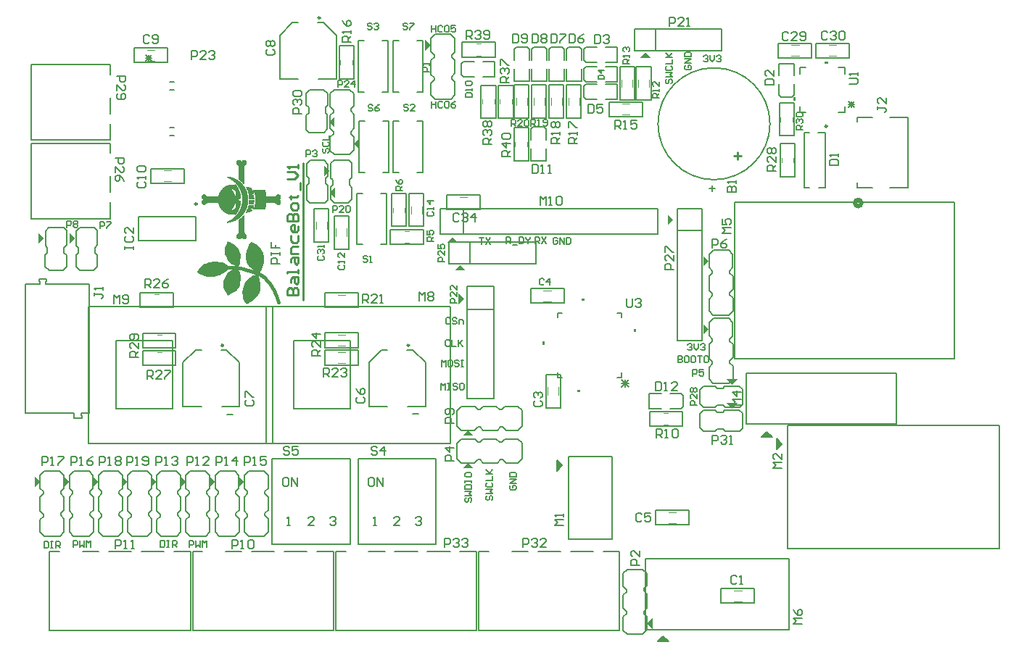
<source format=gto>
G04*
G04 #@! TF.GenerationSoftware,Altium Limited,Altium Designer,18.1.6 (161)*
G04*
G04 Layer_Color=65535*
%FSTAX24Y24*%
%MOIN*%
G70*
G01*
G75*
%ADD10C,0.0098*%
%ADD11C,0.0080*%
%ADD12C,0.0200*%
%ADD13C,0.0050*%
%ADD14C,0.0060*%
%ADD15C,0.0070*%
%ADD16C,0.0040*%
%ADD17C,0.0010*%
%ADD18C,0.0079*%
%ADD19C,0.0100*%
%ADD20C,0.0158*%
G36*
X03185Y04431D02*
X0316Y04406D01*
Y04456D01*
X03185Y04431D01*
D02*
G37*
G36*
X04198Y043728D02*
X04148D01*
X04173Y043978D01*
X04198Y043728D01*
D02*
G37*
G36*
X050112Y043443D02*
X049962D01*
Y043543D01*
X050112D01*
Y043443D01*
D02*
G37*
G36*
X048635Y041769D02*
X048535D01*
Y041919D01*
X048635D01*
Y041769D01*
D02*
G37*
G36*
X02742Y04053D02*
X02717Y04078D01*
X02742Y04103D01*
Y04053D01*
D02*
G37*
G36*
X02858Y03952D02*
X02833Y03977D01*
X02858Y04002D01*
Y03952D01*
D02*
G37*
G36*
X02719Y03853D02*
X02694Y03828D01*
Y03878D01*
X02719Y03853D01*
D02*
G37*
G36*
X02744Y03728D02*
X02719Y03753D01*
X02744Y03778D01*
Y03728D01*
D02*
G37*
G36*
X043Y03627D02*
X04275Y03602D01*
Y03652D01*
X043Y03627D01*
D02*
G37*
G36*
X022539Y035281D02*
X022541Y03528D01*
X022574Y035264D01*
X022636Y035239D01*
X022636Y035239D01*
X022636Y035239D01*
X022711Y035201D01*
X022711Y035201D01*
X022711Y035201D01*
X022803Y035155D01*
X022803Y035155D01*
X022804Y035155D01*
X022867Y035105D01*
X022867Y035105D01*
X022867Y035105D01*
X022925Y035055D01*
X022926Y035054D01*
X022926Y035053D01*
X022984Y034974D01*
X022985Y034974D01*
X022985Y034974D01*
X02306Y034857D01*
X02306Y034857D01*
X02306Y034856D01*
X023098Y034756D01*
X023098Y034756D01*
X023098Y034756D01*
X023114Y034702D01*
X023114Y034701D01*
X023115Y0347D01*
X023123Y034596D01*
X023123Y034596D01*
X023123Y034595D01*
X023102Y034399D01*
X023102Y034399D01*
X023102Y034399D01*
X02309Y034311D01*
X023089Y034311D01*
X02309Y034311D01*
X023073Y034248D01*
X023073Y034248D01*
X023073Y034248D01*
X023056Y034198D01*
X023056Y034197D01*
X023056Y034196D01*
X023014Y034126D01*
X023013Y034125D01*
X023013Y034124D01*
X023012Y034124D01*
X023012Y034124D01*
X023011Y034124D01*
X02301Y034123D01*
X023009Y034123D01*
X023008Y034123D01*
X023008Y034123D01*
X023007Y034123D01*
X022878Y034143D01*
X022877Y034144D01*
X022876Y034144D01*
X022739Y034215D01*
X022738Y034215D01*
X022738Y034215D01*
X022663Y034265D01*
X022663Y034266D01*
X022662Y034266D01*
X022592Y034336D01*
X022592Y034336D01*
X022592Y034337D01*
X02252Y034425D01*
X02252Y034425D01*
X02252Y034425D01*
X022513Y034435D01*
X022513Y034435D01*
X022513Y034436D01*
X0225Y034456D01*
X0225Y034456D01*
X0225Y034456D01*
X022489Y034477D01*
X022489Y034477D01*
X022489Y034477D01*
X022478Y034499D01*
X022478Y034499D01*
X022478Y034499D01*
X022474Y03451D01*
X02244Y03458D01*
X02244Y03458D01*
X02244Y034581D01*
X022402Y034672D01*
X022402Y034673D01*
X022402Y034673D01*
X022385Y034753D01*
X022385Y034753D01*
X022385Y034754D01*
X022377Y034866D01*
X022377Y034867D01*
X022377Y034867D01*
X022394Y034967D01*
X022394Y034968D01*
X022394Y034968D01*
X022415Y035059D01*
X022415Y03506D01*
X022415Y035061D01*
X022444Y035127D01*
X022444Y035127D01*
Y035127D01*
X022473Y035194D01*
X022474Y035194D01*
X022474Y035195D01*
X022532Y035278D01*
X022534Y035279D01*
X022536Y035281D01*
X022536Y035281D01*
X022537Y035281D01*
X022539Y035281D01*
D02*
G37*
G36*
X03309Y03522D02*
X03259D01*
X03284Y03547D01*
X03309Y03522D01*
D02*
G37*
G36*
X01549Y03542D02*
X01524Y03517D01*
Y03567D01*
X01549Y03542D01*
D02*
G37*
G36*
X01407D02*
X01382Y03517D01*
Y03567D01*
X01407Y03542D01*
D02*
G37*
G36*
X021929Y034345D02*
X021929Y034345D01*
X022058Y034336D01*
X022058Y034336D01*
X022058Y034336D01*
X022166Y034328D01*
X022167Y034328D01*
X022167Y034328D01*
X022217Y03432D01*
X022217Y03432D01*
X022217Y03432D01*
X022305Y034303D01*
X022305Y034303D01*
X022305Y034303D01*
X02234Y034292D01*
X02234Y034292D01*
X02234Y034292D01*
X022404Y034264D01*
X022405Y034264D01*
X022405Y034264D01*
X022457Y034228D01*
X022458Y034227D01*
X022458Y034227D01*
X022522Y034171D01*
X022522Y034171D01*
X022523Y03417D01*
X022533Y034157D01*
X022566Y034157D01*
X022567Y034157D01*
X022568Y034157D01*
X022569Y034156D01*
X02257Y034156D01*
X022571Y034155D01*
X022572Y034154D01*
X022572Y034153D01*
X022572Y034151D01*
X022572Y03415D01*
X022572Y034149D01*
X022543Y034045D01*
X022542Y034044D01*
X022542Y034043D01*
X022509Y033989D01*
X022508Y033989D01*
X022508Y033989D01*
X022433Y033893D01*
X022433Y033892D01*
X022432Y033892D01*
X022324Y033808D01*
X022323Y033808D01*
X022323Y033808D01*
X022256Y03377D01*
X022256Y03377D01*
X022256Y03377D01*
X022156Y033732D01*
X022081Y033703D01*
X02208Y033703D01*
X02208Y033703D01*
X021997Y033682D01*
X021997Y033682D01*
X021997Y033682D01*
X021913Y033661D01*
X021913Y033662D01*
X021912Y033661D01*
X021837Y033657D01*
X021837Y033657D01*
X021837Y033657D01*
X021678D01*
X021678Y033657D01*
X021678Y033657D01*
X021582Y033665D01*
X021582Y033665D01*
X021582Y033665D01*
X021469Y033678D01*
X021469Y033678D01*
X021468Y033678D01*
X021389Y033707D01*
X021389Y033707D01*
X021389Y033707D01*
X021314Y033737D01*
X021313Y033737D01*
X021313Y033737D01*
X021217Y033796D01*
X021217Y033796D01*
X021216Y033796D01*
X02115Y033841D01*
X021109Y033862D01*
X021107Y033864D01*
X021106Y033865D01*
X021106Y033866D01*
X021106Y033866D01*
X021106Y033868D01*
X021106Y03387D01*
X021139Y033941D01*
X02114Y033941D01*
X02114Y033942D01*
X021177Y034D01*
X021178Y034D01*
X021178Y034001D01*
X021249Y03408D01*
X021249Y03408D01*
X021249Y03408D01*
X021307Y034143D01*
X021308Y034143D01*
X021308Y034143D01*
X021391Y034206D01*
X021391Y034206D01*
X021391Y034206D01*
X021437Y03424D01*
X021438Y03424D01*
X021438Y03424D01*
X021505Y034269D01*
X021505Y034269D01*
X021505Y034269D01*
X021555Y03429D01*
X021556Y03429D01*
X021556Y034291D01*
X021669Y034316D01*
X021669Y034316D01*
X021669Y034316D01*
X021748Y034332D01*
X021748Y034332D01*
X021748Y034332D01*
X021836Y034345D01*
X021836Y034345D01*
X021837Y034345D01*
X021928D01*
X021929Y034345D01*
D02*
G37*
G36*
X04463Y03438D02*
X04438Y03413D01*
Y03463D01*
X04463Y03438D01*
D02*
G37*
G36*
X03344Y03394D02*
X03294D01*
X03319Y03419D01*
X03344Y03394D01*
D02*
G37*
G36*
X023604Y035258D02*
X023606Y035258D01*
X023681Y035229D01*
X023681Y035228D01*
X023682Y035228D01*
X023769Y035182D01*
X023769Y035182D01*
X023769Y035182D01*
X023832Y035149D01*
X023832Y035149D01*
X023832Y035149D01*
X023957Y035061D01*
X023958Y035061D01*
X023958Y035061D01*
X024017Y035002D01*
X024017Y035002D01*
X024017Y035001D01*
X024063Y034935D01*
X024063Y034934D01*
X024064Y034934D01*
X024097Y034867D01*
X024097Y034867D01*
X024097Y034867D01*
X024143Y034771D01*
X024143Y034771D01*
X024143Y034771D01*
X024168Y034713D01*
X024168Y034712D01*
X024168Y034711D01*
X024185Y034611D01*
X024185Y034611D01*
X024185Y03461D01*
X024189Y03446D01*
X024189Y03446D01*
X024189Y03446D01*
X024181Y034301D01*
X024181Y034301D01*
X024181Y0343D01*
X024156Y03418D01*
X024156Y034179D01*
X024156Y034179D01*
X024126Y034079D01*
X024126Y034079D01*
X024126Y034078D01*
X02408Y033978D01*
X02408Y033978D01*
X02408Y033978D01*
X024034Y033903D01*
X024034Y033902D01*
X024034Y033902D01*
X023992Y033848D01*
X023992Y033848D01*
X023992Y033847D01*
X023991Y033847D01*
X02399Y033846D01*
X023989Y033846D01*
X023988Y033845D01*
X023987Y033845D01*
X023987Y033845D01*
X023986Y033846D01*
X023985Y033846D01*
X023735Y033925D01*
X023733Y033926D01*
X023732Y033927D01*
X023716Y033952D01*
X023608Y034043D01*
X023558Y034084D01*
X023558Y034085D01*
X023557Y034085D01*
X023503Y034147D01*
X023503Y034148D01*
X023503Y034148D01*
X023436Y034253D01*
X023436Y034253D01*
X023436Y034253D01*
X023394Y034341D01*
X023394Y034341D01*
X023393Y034342D01*
X023364Y034492D01*
X023364Y034492D01*
X023364Y034493D01*
X023352Y034643D01*
X023352Y034643D01*
X023352Y034644D01*
X02336Y034723D01*
X02336Y034724D01*
X02336Y034724D01*
X023381Y034799D01*
X023418Y034949D01*
X023419Y03495D01*
Y03495D01*
X023439Y035D01*
X02344Y035D01*
X02344Y035001D01*
X023498Y035113D01*
X023498Y035113D01*
X023498Y035114D01*
X023565Y035214D01*
X023565Y035214D01*
X023565Y035214D01*
X023599Y035256D01*
X0236Y035256D01*
X023601Y035258D01*
X023602Y035258D01*
X023603Y035258D01*
X023604Y035258D01*
D02*
G37*
G36*
X022998Y034039D02*
X022999Y034038D01*
X022999Y034038D01*
X023Y034037D01*
X023002Y034037D01*
X023002Y034036D01*
X023002Y034036D01*
X023002Y034036D01*
X023003Y034035D01*
X023082Y033868D01*
X023082Y033868D01*
X023082Y033867D01*
X023124Y033679D01*
X023124Y033679D01*
X023124Y033678D01*
X023128Y033533D01*
X023128Y033532D01*
X023128Y033531D01*
X023103Y033356D01*
X023103Y033356D01*
X023103Y033356D01*
X02307Y033243D01*
X02307Y033243D01*
Y033242D01*
X02304Y033172D01*
X02304Y033171D01*
X023039Y03317D01*
X023002Y03312D01*
X023002Y03312D01*
X023002Y03312D01*
X022939Y033041D01*
X022939Y03304D01*
X022939Y03304D01*
X022872Y032978D01*
X022871Y032977D01*
X022871Y032977D01*
X022692Y032872D01*
X022692Y032872D01*
X022691Y032872D01*
X022587Y032822D01*
X022587Y032822D01*
X022587Y032822D01*
X022516Y032793D01*
X022514Y032793D01*
X022512Y032793D01*
X022512Y032793D01*
X022511Y032793D01*
X02251Y032794D01*
X022508Y032795D01*
X022437Y032904D01*
X022437Y032904D01*
X022437Y032904D01*
X022375Y033025D01*
X022375Y033026D01*
X022374Y033026D01*
X022349Y033101D01*
X022349Y033101D01*
X022349Y033101D01*
X022333Y03316D01*
X022333Y03316D01*
X022332Y033161D01*
X022324Y033236D01*
X022324Y033236D01*
X022324Y033237D01*
X022336Y03342D01*
X022337Y033421D01*
X022336Y033421D01*
X022361Y033513D01*
X022362Y033513D01*
X022362Y033513D01*
X022383Y03358D01*
X022383Y03358D01*
X022383Y033581D01*
X02242Y033652D01*
X022421Y033653D01*
X022454Y033714D01*
X022454Y033715D01*
X022454Y033715D01*
X022533Y033836D01*
X022534Y033836D01*
X022535Y033837D01*
X022685Y033954D01*
X022685Y033954D01*
X022685Y033954D01*
X022814Y034033D01*
X022814Y034033D01*
X022814Y034033D01*
X022856Y034058D01*
X022858Y034059D01*
X02286Y034059D01*
X022998Y034039D01*
D02*
G37*
G36*
X038922Y032554D02*
X038772D01*
Y032654D01*
X038922D01*
Y032554D01*
D02*
G37*
G36*
X03338Y03265D02*
X03313Y0324D01*
Y0329D01*
X03338Y03265D01*
D02*
G37*
G36*
X023818Y033759D02*
X023819Y033759D01*
X023943Y03371D01*
X023943Y03371D01*
X023944Y03371D01*
X023944Y033709D01*
X023945Y033709D01*
X023945Y033708D01*
X023946Y033707D01*
X023946Y033706D01*
X023947Y033706D01*
X023965Y03363D01*
X023981Y033576D01*
X023981Y033576D01*
X023982Y033575D01*
X023998Y033496D01*
X023998Y033496D01*
X023998Y033496D01*
X024019Y033388D01*
X024019Y033388D01*
X024019Y033388D01*
X024036Y033292D01*
X024036Y033291D01*
X024036Y033291D01*
Y033199D01*
X024036Y033199D01*
X024036Y033198D01*
X024028Y033107D01*
X024027Y033106D01*
X024028Y033106D01*
X024011Y033035D01*
X024011Y033035D01*
X024011Y033035D01*
X023981Y032935D01*
X023981Y032934D01*
X023981Y032934D01*
X023919Y032821D01*
X023918Y032821D01*
X023918Y032821D01*
X023881Y032762D01*
X02388Y032762D01*
X02388Y032761D01*
X023759Y032644D01*
X023759Y032644D01*
X023759Y032644D01*
X023684Y032574D01*
X023684Y032574D01*
X023684Y032573D01*
X023629Y032527D01*
X023629Y032527D01*
X023628Y032527D01*
X023566Y032493D01*
X02345Y032427D01*
X023449Y032427D01*
X023449Y032427D01*
X023387Y032393D01*
X023385Y032393D01*
X023382Y032393D01*
X023382Y032393D01*
X023382Y032393D01*
X02338Y032394D01*
X023378Y032395D01*
X023299Y032512D01*
X023299Y032513D01*
X023299Y032513D01*
X023265Y032588D01*
X023265Y032588D01*
X023265Y032589D01*
X023236Y032685D01*
X023236Y032685D01*
X023236Y032685D01*
X023211Y032772D01*
X023211Y032773D01*
X023211Y032774D01*
X023202Y032903D01*
X023202Y032903D01*
X023202Y032904D01*
X023215Y033074D01*
X023215Y033075D01*
X023215Y033076D01*
X023252Y033209D01*
X023253Y033209D01*
X023253Y03321D01*
X023328Y033389D01*
X023328Y033389D01*
X023328Y03339D01*
X023378Y033477D01*
X023379Y033478D01*
X023379Y033478D01*
X023425Y033528D01*
X023426Y033529D01*
X023426Y033529D01*
X023484Y033571D01*
X023484Y033571D01*
X023484Y033571D01*
X023559Y033621D01*
X02356Y033621D01*
X02356Y033621D01*
X023689Y033704D01*
X023689Y033704D01*
X023689Y033705D01*
X023739Y03373D01*
X023797Y033759D01*
X023799Y033759D01*
X0238Y03376D01*
X023817D01*
X023818Y033759D01*
D02*
G37*
G36*
X041292Y031118D02*
X041192D01*
Y031268D01*
X041292D01*
Y031118D01*
D02*
G37*
G36*
X04463Y03124D02*
X04438Y03099D01*
Y03149D01*
X04463Y03124D01*
D02*
G37*
G36*
X037092Y030528D02*
X036992D01*
Y030678D01*
X037092D01*
Y030528D01*
D02*
G37*
G36*
X04569Y02869D02*
X04544Y02894D01*
X04594D01*
X04569Y02869D01*
D02*
G37*
G36*
X038725Y028354D02*
X038575D01*
Y028454D01*
X038725D01*
Y028354D01*
D02*
G37*
G36*
X04569Y02759D02*
X04544Y02784D01*
X04594D01*
X04569Y02759D01*
D02*
G37*
G36*
X03381Y02634D02*
X03331D01*
X03356Y02659D01*
X03381Y02634D01*
D02*
G37*
G36*
X04754Y02627D02*
X04704D01*
X04729Y02652D01*
X04754Y02627D01*
D02*
G37*
G36*
X04799Y025969D02*
X04774Y025719D01*
Y026219D01*
X04799Y025969D01*
D02*
G37*
G36*
X03381Y02484D02*
X03331D01*
X03356Y02509D01*
X03381Y02484D01*
D02*
G37*
G36*
X03789Y02497D02*
X03764Y02472D01*
Y02522D01*
X03789Y02497D01*
D02*
G37*
G36*
X02327Y02422D02*
X02302Y02397D01*
Y02447D01*
X02327Y02422D01*
D02*
G37*
G36*
X02193D02*
X02168Y02397D01*
Y02447D01*
X02193Y02422D01*
D02*
G37*
G36*
X02059D02*
X02034Y02397D01*
Y02447D01*
X02059Y02422D01*
D02*
G37*
G36*
X01925D02*
X019Y02397D01*
Y02447D01*
X01925Y02422D01*
D02*
G37*
G36*
X01791D02*
X01766Y02397D01*
Y02447D01*
X01791Y02422D01*
D02*
G37*
G36*
X01657D02*
X01632Y02397D01*
Y02447D01*
X01657Y02422D01*
D02*
G37*
G36*
X01523D02*
X01498Y02397D01*
Y02447D01*
X01523Y02422D01*
D02*
G37*
G36*
X01389D02*
X01364Y02397D01*
Y02447D01*
X01389Y02422D01*
D02*
G37*
G36*
X04205Y01746D02*
X0418Y01771D01*
X04205Y01796D01*
Y01746D01*
D02*
G37*
G36*
X04278Y01687D02*
X04228D01*
X04253Y01712D01*
X04278Y01687D01*
D02*
G37*
D10*
X022321Y0305D02*
G03*
X022321Y0305I-000049J0D01*
G01*
X030871D02*
G03*
X030871Y0305I-000049J0D01*
G01*
X021108Y037D02*
G03*
X021108Y037I-000049J0D01*
G01*
X026771Y045566D02*
G03*
X026771Y045566I-000049J0D01*
G01*
X050069Y040578D02*
G03*
X050069Y040578I-000049J0D01*
G01*
D11*
X047444Y040695D02*
G03*
X047444Y040695I-002574J0D01*
G01*
X03189Y04173D02*
Y04143D01*
Y04158D01*
X03209D01*
Y04173D01*
Y04143D01*
X03239Y04168D02*
X03234Y04173D01*
X03224D01*
X03219Y04168D01*
Y04148D01*
X03224Y04143D01*
X03234D01*
X03239Y04148D01*
X03249Y04168D02*
X03254Y04173D01*
X03264D01*
X03269Y04168D01*
Y04148D01*
X03264Y04143D01*
X03254D01*
X03249Y04148D01*
Y04168D01*
X03299Y04173D02*
X03289Y04168D01*
X03279Y04158D01*
Y04148D01*
X03284Y04143D01*
X03294D01*
X03299Y04148D01*
Y04153D01*
X03294Y04158D01*
X03279D01*
X02692Y03956D02*
X02687Y03951D01*
Y03941D01*
X02692Y03936D01*
X02697D01*
X02702Y03941D01*
Y03951D01*
X02707Y03956D01*
X02712D01*
X02717Y03951D01*
Y03941D01*
X02712Y03936D01*
X02692Y03986D02*
X02687Y03981D01*
Y03971D01*
X02692Y03966D01*
X02712D01*
X02717Y03971D01*
Y03981D01*
X02712Y03986D01*
X02687Y03996D02*
X02717D01*
Y04016D01*
X04366Y03053D02*
X04371Y03058D01*
X04381D01*
X04386Y03053D01*
Y03048D01*
X04381Y03043D01*
X04376D01*
X04381D01*
X04386Y03038D01*
Y03033D01*
X04381Y03028D01*
X04371D01*
X04366Y03033D01*
X04396Y03058D02*
Y03038D01*
X04406Y03028D01*
X04416Y03038D01*
Y03058D01*
X04426Y03053D02*
X04431Y03058D01*
X04441D01*
X04446Y03053D01*
Y03048D01*
X04441Y03043D01*
X04436D01*
X04441D01*
X04446Y03038D01*
Y03033D01*
X04441Y03028D01*
X04431D01*
X04426Y03033D01*
X0444Y043793D02*
X04445Y043843D01*
X04455D01*
X0446Y043793D01*
Y043743D01*
X04455Y043693D01*
X0445D01*
X04455D01*
X0446Y043643D01*
Y043593D01*
X04455Y043543D01*
X04445D01*
X0444Y043593D01*
X0447Y043843D02*
Y043643D01*
X0448Y043543D01*
X0449Y043643D01*
Y043843D01*
X045Y043793D02*
X04505Y043843D01*
X04515D01*
X0452Y043793D01*
Y043743D01*
X04515Y043693D01*
X0451D01*
X04515D01*
X0452Y043643D01*
Y043593D01*
X04515Y043543D01*
X04505D01*
X045Y043593D01*
X04357Y04337D02*
X04352Y04332D01*
Y04322D01*
X04357Y04317D01*
X04377D01*
X04382Y04322D01*
Y04332D01*
X04377Y04337D01*
X04367D01*
Y04327D01*
X04382Y04347D02*
X04352D01*
X04382Y04367D01*
X04352D01*
Y04377D02*
X04382D01*
Y04392D01*
X04377Y04397D01*
X04357D01*
X04352Y04392D01*
Y04377D01*
X04269Y04274D02*
X04264Y04269D01*
Y04259D01*
X04269Y04254D01*
X04274D01*
X04279Y04259D01*
Y04269D01*
X04284Y04274D01*
X04289D01*
X04294Y04269D01*
Y04259D01*
X04289Y04254D01*
X04264Y04284D02*
X04294D01*
X04284Y04294D01*
X04294Y04304D01*
X04264D01*
X04269Y04334D02*
X04264Y04329D01*
Y04319D01*
X04269Y04314D01*
X04289D01*
X04294Y04319D01*
Y04329D01*
X04289Y04334D01*
X04264Y04344D02*
X04294D01*
Y04364D01*
X04264Y04374D02*
X04294D01*
X04284D01*
X04264Y04394D01*
X04279Y04379D01*
X04294Y04394D01*
X0319Y04521D02*
Y04491D01*
Y04506D01*
X0321D01*
Y04521D01*
Y04491D01*
X0324Y04516D02*
X03235Y04521D01*
X03225D01*
X0322Y04516D01*
Y04496D01*
X03225Y04491D01*
X03235D01*
X0324Y04496D01*
X0325Y04516D02*
X03255Y04521D01*
X03265D01*
X0327Y04516D01*
Y04496D01*
X03265Y04491D01*
X03255D01*
X0325Y04496D01*
Y04516D01*
X033Y04521D02*
X0328D01*
Y04506D01*
X0329Y04511D01*
X03295D01*
X033Y04506D01*
Y04496D01*
X03295Y04491D01*
X03285D01*
X0328Y04496D01*
X04321Y03001D02*
Y02971D01*
X04336D01*
X04341Y02976D01*
Y02981D01*
X04336Y02986D01*
X04321D01*
X04336D01*
X04341Y02991D01*
Y02996D01*
X04336Y03001D01*
X04321D01*
X04366D02*
X04356D01*
X04351Y02996D01*
Y02976D01*
X04356Y02971D01*
X04366D01*
X04371Y02976D01*
Y02996D01*
X04366Y03001D01*
X04396D02*
X04386D01*
X04381Y02996D01*
Y02976D01*
X04386Y02971D01*
X04396D01*
X04401Y02976D01*
Y02996D01*
X04396Y03001D01*
X04411D02*
X04431D01*
X04421D01*
Y02971D01*
X04441Y02996D02*
X04446Y03001D01*
X04456D01*
X04461Y02996D01*
Y02976D01*
X04456Y02971D01*
X04446D01*
X04441Y02976D01*
Y02996D01*
X03552Y02406D02*
X03547Y02401D01*
Y02391D01*
X03552Y02386D01*
X03572D01*
X03577Y02391D01*
Y02401D01*
X03572Y02406D01*
X03562D01*
Y02396D01*
X03577Y02416D02*
X03547D01*
X03577Y02436D01*
X03547D01*
Y02446D02*
X03577D01*
Y02461D01*
X03572Y02466D01*
X03552D01*
X03547Y02461D01*
Y02446D01*
X03444Y02357D02*
X03439Y02352D01*
Y02342D01*
X03444Y02337D01*
X03449D01*
X03454Y02342D01*
Y02352D01*
X03459Y02357D01*
X03464D01*
X03469Y02352D01*
Y02342D01*
X03464Y02337D01*
X03439Y02367D02*
X03469D01*
X03459Y02377D01*
X03469Y02387D01*
X03439D01*
X03444Y02417D02*
X03439Y02412D01*
Y02402D01*
X03444Y02397D01*
X03464D01*
X03469Y02402D01*
Y02412D01*
X03464Y02417D01*
X03439Y02427D02*
X03469D01*
Y02447D01*
X03439Y02457D02*
X03469D01*
X03459D01*
X03439Y02477D01*
X03454Y02462D01*
X03469Y02477D01*
X03347Y0235D02*
X03342Y02345D01*
Y02335D01*
X03347Y0233D01*
X03352D01*
X03357Y02335D01*
Y02345D01*
X03362Y0235D01*
X03367D01*
X03372Y02345D01*
Y02335D01*
X03367Y0233D01*
X03342Y0236D02*
X03372D01*
X03362Y0237D01*
X03372Y0238D01*
X03342D01*
Y0239D02*
X03372D01*
Y02405D01*
X03367Y0241D01*
X03347D01*
X03342Y02405D01*
Y0239D01*
Y0242D02*
Y0243D01*
Y02425D01*
X03372D01*
Y0242D01*
Y0243D01*
X03342Y0246D02*
Y0245D01*
X03347Y02445D01*
X03367D01*
X03372Y0245D01*
Y0246D01*
X03367Y02465D01*
X03347D01*
X03342Y0246D01*
X02075Y02121D02*
Y02151D01*
X0209D01*
X02095Y02146D01*
Y02136D01*
X0209Y02131D01*
X02075D01*
X02105Y02151D02*
Y02121D01*
X02115Y02131D01*
X02125Y02121D01*
Y02151D01*
X02135Y02121D02*
Y02151D01*
X02145Y02141D01*
X02155Y02151D01*
Y02121D01*
X01943Y02152D02*
Y02122D01*
X01958D01*
X01963Y02127D01*
Y02147D01*
X01958Y02152D01*
X01943D01*
X01973D02*
X01983D01*
X01978D01*
Y02122D01*
X01973D01*
X01983D01*
X01998D02*
Y02152D01*
X02013D01*
X02018Y02147D01*
Y02137D01*
X02013Y02132D01*
X01998D01*
X02008D02*
X02018Y02122D01*
X01542Y02121D02*
Y02151D01*
X01557D01*
X01562Y02146D01*
Y02136D01*
X01557Y02131D01*
X01542D01*
X01572Y02151D02*
Y02121D01*
X01582Y02131D01*
X01592Y02121D01*
Y02151D01*
X01602Y02121D02*
Y02151D01*
X01612Y02141D01*
X01622Y02151D01*
Y02121D01*
X01408Y02148D02*
Y02118D01*
X01423D01*
X01428Y02123D01*
Y02143D01*
X01423Y02148D01*
X01408D01*
X01438D02*
X01448D01*
X01443D01*
Y02118D01*
X01438D01*
X01448D01*
X01463D02*
Y02148D01*
X01478D01*
X01483Y02143D01*
Y02133D01*
X01478Y02128D01*
X01463D01*
X01473D02*
X01483Y02118D01*
X03767Y03541D02*
X03762Y03546D01*
X03752D01*
X03747Y03541D01*
Y03521D01*
X03752Y03516D01*
X03762D01*
X03767Y03521D01*
Y03531D01*
X03757D01*
X03777Y03516D02*
Y03546D01*
X03797Y03516D01*
Y03546D01*
X03807D02*
Y03516D01*
X03822D01*
X03827Y03521D01*
Y03541D01*
X03822Y03546D01*
X03807D01*
X03531Y03517D02*
Y03547D01*
X03546D01*
X03551Y03542D01*
Y03532D01*
X03546Y03527D01*
X03531D01*
X03541D02*
X03551Y03517D01*
X03561Y03512D02*
X03581D01*
X03591Y03547D02*
Y03517D01*
X03606D01*
X03611Y03522D01*
Y03542D01*
X03606Y03547D01*
X03591D01*
X03621D02*
Y03542D01*
X03631Y03532D01*
X03641Y03542D01*
Y03547D01*
X03631Y03532D02*
Y03517D01*
X0341Y03546D02*
X0343D01*
X0342D01*
Y03516D01*
X0344Y03546D02*
X0346Y03516D01*
Y03546D02*
X0344Y03516D01*
X03665Y03517D02*
Y03547D01*
X0368D01*
X03685Y03542D01*
Y03532D01*
X0368Y03527D01*
X03665D01*
X03675D02*
X03685Y03517D01*
X03695Y03547D02*
X03715Y03517D01*
Y03547D02*
X03695Y03517D01*
X03275Y03173D02*
X0327Y03178D01*
X0326D01*
X03255Y03173D01*
Y03153D01*
X0326Y03148D01*
X0327D01*
X03275Y03153D01*
X03305Y03173D02*
X033Y03178D01*
X0329D01*
X03285Y03173D01*
Y03168D01*
X0329Y03163D01*
X033D01*
X03305Y03158D01*
Y03153D01*
X033Y03148D01*
X0329D01*
X03285Y03153D01*
X03315Y03148D02*
Y03168D01*
X0333D01*
X03335Y03163D01*
Y03148D01*
X03272Y03071D02*
X03267Y03076D01*
X03257D01*
X03252Y03071D01*
Y03051D01*
X03257Y03046D01*
X03267D01*
X03272Y03051D01*
X03282Y03076D02*
Y03046D01*
X03302D01*
X03312Y03076D02*
Y03046D01*
Y03056D01*
X03332Y03076D01*
X03317Y03061D01*
X03332Y03046D01*
X03234Y02952D02*
Y02982D01*
X03244Y02972D01*
X03254Y02982D01*
Y02952D01*
X03279Y02982D02*
X03269D01*
X03264Y02977D01*
Y02957D01*
X03269Y02952D01*
X03279D01*
X03284Y02957D01*
Y02977D01*
X03279Y02982D01*
X03314Y02977D02*
X03309Y02982D01*
X03299D01*
X03294Y02977D01*
Y02972D01*
X03299Y02967D01*
X03309D01*
X03314Y02962D01*
Y02957D01*
X03309Y02952D01*
X03299D01*
X03294Y02957D01*
X03324Y02982D02*
X03334D01*
X03329D01*
Y02952D01*
X03324D01*
X03334D01*
X03232Y02846D02*
Y02876D01*
X03242Y02866D01*
X03252Y02876D01*
Y02846D01*
X03262Y02876D02*
X03272D01*
X03267D01*
Y02846D01*
X03262D01*
X03272D01*
X03307Y02871D02*
X03302Y02876D01*
X03292D01*
X03287Y02871D01*
Y02866D01*
X03292Y02861D01*
X03302D01*
X03307Y02856D01*
Y02851D01*
X03302Y02846D01*
X03292D01*
X03287Y02851D01*
X03332Y02876D02*
X03322D01*
X03317Y02871D01*
Y02851D01*
X03322Y02846D01*
X03332D01*
X03337Y02851D01*
Y02871D01*
X03332Y02876D01*
X03103Y02735D02*
X031297D01*
X02249Y02732D02*
X022757D01*
X030421Y022207D02*
X030154D01*
X030421Y022474D01*
Y022541D01*
X030354Y022607D01*
X030221D01*
X030154Y022541D01*
X029209Y022207D02*
X029343D01*
X029276D01*
Y022607D01*
X029209Y022541D01*
X029185Y024418D02*
X029052D01*
X028985Y024352D01*
Y024085D01*
X029052Y024018D01*
X029185D01*
X029252Y024085D01*
Y024352D01*
X029185Y024418D01*
X029385Y024018D02*
Y024418D01*
X029651Y024018D01*
Y024418D01*
X031154Y022541D02*
X031221Y022607D01*
X031354D01*
X031421Y022541D01*
Y022474D01*
X031354Y022407D01*
X031288D01*
X031354D01*
X031421Y022341D01*
Y022274D01*
X031354Y022207D01*
X031221D01*
X031154Y022274D01*
X026481Y022207D02*
X026214D01*
X026481Y022474D01*
Y022541D01*
X026414Y022607D01*
X026281D01*
X026214Y022541D01*
X025269Y022207D02*
X025403D01*
X025336D01*
Y022607D01*
X025269Y022541D01*
X025245Y024418D02*
X025112D01*
X025045Y024352D01*
Y024085D01*
X025112Y024018D01*
X025245D01*
X025312Y024085D01*
Y024352D01*
X025245Y024418D01*
X025445Y024018D02*
Y024418D01*
X025711Y024018D01*
Y024418D01*
X027214Y022541D02*
X027281Y022607D01*
X027414D01*
X027481Y022541D01*
Y022474D01*
X027414Y022407D01*
X027348D01*
X027414D01*
X027481Y022341D01*
Y022274D01*
X027414Y022207D01*
X027281D01*
X027214Y022274D01*
X04094Y028583D02*
X040607Y028917D01*
X04094D02*
X040607Y028583D01*
X04094Y02875D02*
X040607D01*
X040773Y028917D02*
Y028583D01*
X019028Y043843D02*
X018762Y043577D01*
Y043843D02*
X019028Y043577D01*
X018895Y043843D02*
Y043577D01*
X018762Y04371D02*
X019028D01*
X04479Y03758D02*
Y037847D01*
X044657Y037713D02*
X044923D01*
X05132Y041466D02*
X051053Y041732D01*
X05132D02*
X051053Y041466D01*
X05132Y041599D02*
X051053D01*
X051187Y041732D02*
Y041466D01*
X02493Y034265D02*
X02453D01*
Y034465D01*
X024597Y034532D01*
X02473D01*
X024797Y034465D01*
Y034265D01*
X02453Y034665D02*
Y034799D01*
Y034732D01*
X02493D01*
Y034665D01*
Y034799D01*
X02453Y035265D02*
Y034998D01*
X02473D01*
Y035132D01*
Y034998D01*
X02493D01*
X04798Y02485D02*
X04758D01*
X047713Y024983D01*
X04758Y025117D01*
X04798D01*
Y025516D02*
Y02525D01*
X047713Y025516D01*
X047647D01*
X04758Y02545D01*
Y025317D01*
X047647Y02525D01*
X04303Y034D02*
X04263D01*
Y0342D01*
X042697Y034267D01*
X04283D01*
X042897Y0342D01*
Y034D01*
X04303Y034666D02*
Y0344D01*
X042763Y034666D01*
X042697D01*
X04263Y0346D01*
Y034467D01*
X042697Y0344D01*
X04263Y0348D02*
Y035066D01*
X042697D01*
X042963Y0348D01*
X04303D01*
X04891Y017695D02*
X04851D01*
X048643Y017828D01*
X04851Y017962D01*
X04891D01*
X04851Y018361D02*
X048577Y018228D01*
X04871Y018095D01*
X048843D01*
X04891Y018162D01*
Y018295D01*
X048843Y018361D01*
X048777D01*
X04871Y018295D01*
Y018095D01*
X02271Y02116D02*
Y02156D01*
X02291D01*
X022977Y021493D01*
Y02136D01*
X02291Y021293D01*
X02271D01*
X02311Y02116D02*
X023243D01*
X023177D01*
Y02156D01*
X02311Y021493D01*
X023443D02*
X02351Y02156D01*
X023643D01*
X02371Y021493D01*
Y021227D01*
X023643Y02116D01*
X02351D01*
X023443Y021227D01*
Y021493D01*
X04612Y02774D02*
X04572D01*
X045853Y027874D01*
X04572Y028007D01*
X04612D01*
Y02834D02*
X04572D01*
X04592Y02814D01*
Y028407D01*
X014Y02497D02*
Y02537D01*
X0142D01*
X014267Y025303D01*
Y02517D01*
X0142Y025103D01*
X014D01*
X0144Y02497D02*
X014533D01*
X014467D01*
Y02537D01*
X0144Y025303D01*
X014733Y02537D02*
X015D01*
Y025303D01*
X014733Y025037D01*
Y02497D01*
X04086Y03265D02*
Y032317D01*
X040927Y03225D01*
X04106D01*
X041127Y032317D01*
Y03265D01*
X04126Y032583D02*
X041327Y03265D01*
X04146D01*
X041526Y032583D01*
Y032517D01*
X04146Y03245D01*
X041393D01*
X04146D01*
X041526Y032383D01*
Y032317D01*
X04146Y03225D01*
X041327D01*
X04126Y032317D01*
X051097Y042518D02*
X05143D01*
X051497Y042585D01*
Y042718D01*
X05143Y042785D01*
X051097D01*
X051497Y042918D02*
Y043051D01*
Y042984D01*
X051097D01*
X051164Y042918D01*
X03077Y04527D02*
X03072Y04532D01*
X03062D01*
X03057Y04527D01*
Y04522D01*
X03062Y04517D01*
X03072D01*
X03077Y04512D01*
Y04507D01*
X03072Y04502D01*
X03062D01*
X03057Y04507D01*
X03087Y04532D02*
X03107D01*
Y04527D01*
X03087Y04507D01*
Y04502D01*
X02918Y04152D02*
X02913Y04157D01*
X02903D01*
X02898Y04152D01*
Y04147D01*
X02903Y04142D01*
X02913D01*
X02918Y04137D01*
Y04132D01*
X02913Y04127D01*
X02903D01*
X02898Y04132D01*
X02948Y04157D02*
X02938Y04152D01*
X02928Y04142D01*
Y04132D01*
X02933Y04127D01*
X02943D01*
X02948Y04132D01*
Y04137D01*
X02943Y04142D01*
X02928D01*
X025347Y025793D02*
X02528Y02586D01*
X025147D01*
X02508Y025793D01*
Y025727D01*
X025147Y02566D01*
X02528D01*
X025347Y025593D01*
Y025527D01*
X02528Y02546D01*
X025147D01*
X02508Y025527D01*
X025746Y02586D02*
X02548D01*
Y02566D01*
X025613Y025727D01*
X02568D01*
X025746Y02566D01*
Y025527D01*
X02568Y02546D01*
X025547D01*
X02548Y025527D01*
X029387Y025783D02*
X02932Y02585D01*
X029187D01*
X02912Y025783D01*
Y025717D01*
X029187Y02565D01*
X02932D01*
X029387Y025583D01*
Y025517D01*
X02932Y02545D01*
X029187D01*
X02912Y025517D01*
X02972Y02545D02*
Y02585D01*
X02952Y02565D01*
X029786D01*
X02915Y04528D02*
X0291Y04533D01*
X029D01*
X02895Y04528D01*
Y04523D01*
X029Y04518D01*
X0291D01*
X02915Y04513D01*
Y04508D01*
X0291Y04503D01*
X029D01*
X02895Y04508D01*
X02925Y04528D02*
X0293Y04533D01*
X0294D01*
X02945Y04528D01*
Y04523D01*
X0294Y04518D01*
X02935D01*
X0294D01*
X02945Y04513D01*
Y04508D01*
X0294Y04503D01*
X0293D01*
X02925Y04508D01*
X03081Y04154D02*
X03076Y04159D01*
X03066D01*
X03061Y04154D01*
Y04149D01*
X03066Y04144D01*
X03076D01*
X03081Y04139D01*
Y04134D01*
X03076Y04129D01*
X03066D01*
X03061Y04134D01*
X03111Y04129D02*
X03091D01*
X03111Y04149D01*
Y04154D01*
X03106Y04159D01*
X03096D01*
X03091Y04154D01*
X02895Y034578D02*
X0289Y034628D01*
X0288D01*
X02875Y034578D01*
Y034528D01*
X0288Y034478D01*
X0289D01*
X02895Y034428D01*
Y034378D01*
X0289Y034328D01*
X0288D01*
X02875Y034378D01*
X02905Y034328D02*
X02915D01*
X0291D01*
Y034628D01*
X02905Y034578D01*
X03551Y039198D02*
X03511D01*
Y039398D01*
X035177Y039464D01*
X03531D01*
X035377Y039398D01*
Y039198D01*
Y039331D02*
X03551Y039464D01*
Y039797D02*
X03511D01*
X03531Y039598D01*
Y039864D01*
X035177Y039997D02*
X03511Y040064D01*
Y040197D01*
X035177Y040264D01*
X035443D01*
X03551Y040197D01*
Y040064D01*
X035443Y039997D01*
X035177D01*
X03348Y04458D02*
Y04498D01*
X03368D01*
X033747Y044913D01*
Y04478D01*
X03368Y044713D01*
X03348D01*
X033613D02*
X033747Y04458D01*
X03388Y044913D02*
X033947Y04498D01*
X03408D01*
X034146Y044913D01*
Y044847D01*
X03408Y04478D01*
X034013D01*
X03408D01*
X034146Y044713D01*
Y044647D01*
X03408Y04458D01*
X033947D01*
X03388Y044647D01*
X03428D02*
X034346Y04458D01*
X03448D01*
X034546Y044647D01*
Y044913D01*
X03448Y04498D01*
X034346D01*
X03428Y044913D01*
Y044847D01*
X034346Y04478D01*
X034546D01*
X03466Y039758D02*
X03426D01*
Y039958D01*
X034327Y040025D01*
X03446D01*
X034527Y039958D01*
Y039758D01*
Y039891D02*
X03466Y040025D01*
X034327Y040158D02*
X03426Y040225D01*
Y040358D01*
X034327Y040425D01*
X034393D01*
X03446Y040358D01*
Y040291D01*
Y040358D01*
X034527Y040425D01*
X034593D01*
X03466Y040358D01*
Y040225D01*
X034593Y040158D01*
X034327Y040558D02*
X03426Y040624D01*
Y040758D01*
X034327Y040824D01*
X034393D01*
X03446Y040758D01*
X034527Y040824D01*
X034593D01*
X03466Y040758D01*
Y040624D01*
X034593Y040558D01*
X034527D01*
X03446Y040624D01*
X034393Y040558D01*
X034327D01*
X03446Y040624D02*
Y040758D01*
X03546Y0426D02*
X03506D01*
Y0428D01*
X035127Y042867D01*
X03526D01*
X035327Y0428D01*
Y0426D01*
Y042733D02*
X03546Y042867D01*
X035127Y043D02*
X03506Y043067D01*
Y0432D01*
X035127Y043266D01*
X035193D01*
X03526Y0432D01*
Y043133D01*
Y0432D01*
X035327Y043266D01*
X035393D01*
X03546Y0432D01*
Y043067D01*
X035393Y043D01*
X03506Y0434D02*
Y043666D01*
X035127D01*
X035393Y0434D01*
X03546D01*
X04895Y040408D02*
X04865D01*
Y040558D01*
X0487Y040608D01*
X0488D01*
X04885Y040558D01*
Y040408D01*
Y040508D02*
X04895Y040608D01*
X0487Y040708D02*
X04865Y040758D01*
Y040858D01*
X0487Y040908D01*
X04875D01*
X0488Y040858D01*
Y040808D01*
Y040858D01*
X04885Y040908D01*
X0489D01*
X04895Y040858D01*
Y040758D01*
X0489Y040708D01*
X0487Y041008D02*
X04865Y041058D01*
Y041158D01*
X0487Y041208D01*
X0489D01*
X04895Y041158D01*
Y041058D01*
X0489Y041008D01*
X0487D01*
X01841Y02994D02*
X01801D01*
Y03014D01*
X018077Y030207D01*
X01821D01*
X018277Y03014D01*
Y02994D01*
Y030074D02*
X01841Y030207D01*
Y030607D02*
Y03034D01*
X018143Y030607D01*
X018077D01*
X01801Y03054D01*
Y030407D01*
X018077Y03034D01*
X018343Y03074D02*
X01841Y030807D01*
Y03094D01*
X018343Y031007D01*
X018077D01*
X01801Y03094D01*
Y030807D01*
X018077Y03074D01*
X018143D01*
X01821Y030807D01*
Y031007D01*
X047733Y038504D02*
X047333D01*
Y038704D01*
X0474Y03877D01*
X047533D01*
X0476Y038704D01*
Y038504D01*
Y038637D02*
X047733Y03877D01*
Y03917D02*
Y038903D01*
X047467Y03917D01*
X0474D01*
X047333Y039103D01*
Y03897D01*
X0474Y038903D01*
Y039303D02*
X047333Y03937D01*
Y039503D01*
X0474Y03957D01*
X047467D01*
X047533Y039503D01*
X0476Y03957D01*
X047667D01*
X047733Y039503D01*
Y03937D01*
X047667Y039303D01*
X0476D01*
X047533Y03937D01*
X047467Y039303D01*
X0474D01*
X047533Y03937D02*
Y039503D01*
X01882Y02896D02*
Y02936D01*
X01902D01*
X019087Y029293D01*
Y02916D01*
X01902Y029093D01*
X01882D01*
X018953D02*
X019087Y02896D01*
X019486D02*
X01922D01*
X019486Y029227D01*
Y029293D01*
X01942Y02936D01*
X019287D01*
X01922Y029293D01*
X01962Y02936D02*
X019886D01*
Y029293D01*
X01962Y029027D01*
Y02896D01*
X01872Y03315D02*
Y03355D01*
X01892D01*
X018987Y033483D01*
Y03335D01*
X01892Y033283D01*
X01872D01*
X018853D02*
X018987Y03315D01*
X019386D02*
X01912D01*
X019386Y033417D01*
Y033483D01*
X01932Y03355D01*
X019187D01*
X01912Y033483D01*
X019786Y03355D02*
X019653Y033483D01*
X01952Y03335D01*
Y033217D01*
X019586Y03315D01*
X01972D01*
X019786Y033217D01*
Y033283D01*
X01972Y03335D01*
X01952D01*
X02678Y03001D02*
X02638D01*
Y03021D01*
X026447Y030277D01*
X02658D01*
X026647Y03021D01*
Y03001D01*
Y030143D02*
X02678Y030277D01*
Y030676D02*
Y03041D01*
X026513Y030676D01*
X026447D01*
X02638Y03061D01*
Y030477D01*
X026447Y03041D01*
X02678Y03101D02*
X02638D01*
X02658Y03081D01*
Y031076D01*
X02693Y02905D02*
Y02945D01*
X02713D01*
X027197Y029383D01*
Y02925D01*
X02713Y029183D01*
X02693D01*
X027063D02*
X027197Y02905D01*
X027596D02*
X02733D01*
X027596Y029317D01*
Y029383D01*
X02753Y02945D01*
X027397D01*
X02733Y029383D01*
X02773D02*
X027796Y02945D01*
X02793D01*
X027996Y029383D01*
Y029317D01*
X02793Y02925D01*
X027863D01*
X02793D01*
X027996Y029183D01*
Y029117D01*
X02793Y02905D01*
X027796D01*
X02773Y029117D01*
X02871Y032454D02*
Y032854D01*
X02891D01*
X028977Y032787D01*
Y032654D01*
X02891Y032587D01*
X02871D01*
X028843D02*
X028977Y032454D01*
X029376D02*
X02911D01*
X029376Y03272D01*
Y032787D01*
X02931Y032854D01*
X029177D01*
X02911Y032787D01*
X02951Y032454D02*
X029643D01*
X029576D01*
Y032854D01*
X02951Y032787D01*
X03556Y04058D02*
Y04088D01*
X03571D01*
X03576Y04083D01*
Y04073D01*
X03571Y04068D01*
X03556D01*
X03566D02*
X03576Y04058D01*
X03606D02*
X03586D01*
X03606Y04078D01*
Y04083D01*
X03601Y04088D01*
X03591D01*
X03586Y04083D01*
X03616D02*
X03621Y04088D01*
X03631D01*
X03636Y04083D01*
Y04063D01*
X03631Y04058D01*
X03621D01*
X03616Y04063D01*
Y04083D01*
X03646Y040598D02*
Y040898D01*
X03661D01*
X03666Y040848D01*
Y040748D01*
X03661Y040698D01*
X03646D01*
X03656D02*
X03666Y040598D01*
X03676D02*
X03686D01*
X03681D01*
Y040898D01*
X03676Y040848D01*
X03701Y040648D02*
X03706Y040598D01*
X03716D01*
X03721Y040648D01*
Y040848D01*
X03716Y040898D01*
X03706D01*
X03701Y040848D01*
Y040798D01*
X03706Y040748D01*
X03721D01*
X0378Y039778D02*
X0374D01*
Y039978D01*
X037467Y040045D01*
X0376D01*
X037667Y039978D01*
Y039778D01*
Y039911D02*
X0378Y040045D01*
Y040178D02*
Y040311D01*
Y040245D01*
X0374D01*
X037467Y040178D01*
Y040511D02*
X0374Y040578D01*
Y040711D01*
X037467Y040778D01*
X037533D01*
X0376Y040711D01*
X037667Y040778D01*
X037733D01*
X0378Y040711D01*
Y040578D01*
X037733Y040511D01*
X037667D01*
X0376Y040578D01*
X037533Y040511D01*
X037467D01*
X0376Y040578D02*
Y040711D01*
X03859Y039798D02*
X03819D01*
Y039998D01*
X038257Y040065D01*
X03839D01*
X038457Y039998D01*
Y039798D01*
Y039931D02*
X03859Y040065D01*
Y040198D02*
Y040331D01*
Y040265D01*
X03819D01*
X038257Y040198D01*
X03819Y040531D02*
Y040798D01*
X038257D01*
X038523Y040531D01*
X03859D01*
X02817Y04444D02*
X02777D01*
Y04464D01*
X027837Y044707D01*
X02797D01*
X028037Y04464D01*
Y04444D01*
Y044573D02*
X02817Y044707D01*
Y04484D02*
Y044973D01*
Y044907D01*
X02777D01*
X027837Y04484D01*
X02777Y04544D02*
X027837Y045306D01*
X02797Y045173D01*
X028103D01*
X02817Y04524D01*
Y045373D01*
X028103Y04544D01*
X028037D01*
X02797Y045373D01*
Y045173D01*
X04033Y040438D02*
Y040838D01*
X04053D01*
X040597Y040771D01*
Y040638D01*
X04053Y040571D01*
X04033D01*
X040463D02*
X040597Y040438D01*
X04073D02*
X040863D01*
X040797D01*
Y040838D01*
X04073Y040771D01*
X04133Y040838D02*
X041063D01*
Y040638D01*
X041196Y040705D01*
X041263D01*
X04133Y040638D01*
Y040505D01*
X041263Y040438D01*
X04113D01*
X041063Y040505D01*
X041Y043458D02*
X0407D01*
Y043608D01*
X04075Y043658D01*
X04085D01*
X0409Y043608D01*
Y043458D01*
Y043558D02*
X041Y043658D01*
Y043758D02*
Y043858D01*
Y043808D01*
X0407D01*
X04075Y043758D01*
Y044008D02*
X0407Y044058D01*
Y044158D01*
X04075Y044208D01*
X0408D01*
X04085Y044158D01*
Y044108D01*
Y044158D01*
X0409Y044208D01*
X04095D01*
X041Y044158D01*
Y044058D01*
X04095Y044008D01*
X04235Y04188D02*
X04205D01*
Y04203D01*
X0421Y04208D01*
X0422D01*
X04225Y04203D01*
Y04188D01*
Y04198D02*
X04235Y04208D01*
Y04218D02*
Y04228D01*
Y04223D01*
X04205D01*
X0421Y04218D01*
X04235Y04263D02*
Y04243D01*
X04215Y04263D01*
X0421D01*
X04205Y04258D01*
Y04248D01*
X0421Y04243D01*
X04222Y02625D02*
Y02665D01*
X04242D01*
X042487Y026583D01*
Y02645D01*
X04242Y026383D01*
X04222D01*
X042353D02*
X042487Y02625D01*
X04262D02*
X042753D01*
X042687D01*
Y02665D01*
X04262Y026583D01*
X042953D02*
X04302Y02665D01*
X043153D01*
X04322Y026583D01*
Y026317D01*
X043153Y02625D01*
X04302D01*
X042953Y026317D01*
Y026583D01*
X03054Y03762D02*
X03024D01*
Y03777D01*
X03029Y03782D01*
X03039D01*
X03044Y03777D01*
Y03762D01*
Y03772D02*
X03054Y03782D01*
X03024Y03812D02*
X03029Y03802D01*
X03039Y03792D01*
X03049D01*
X03054Y03797D01*
Y03807D01*
X03049Y03812D01*
X03044D01*
X03039Y03807D01*
Y03792D01*
X03197Y03529D02*
X03167D01*
Y03544D01*
X03172Y03549D01*
X03182D01*
X03187Y03544D01*
Y03529D01*
Y03539D02*
X03197Y03549D01*
X03167Y03579D02*
Y03559D01*
X03182D01*
X03177Y03569D01*
Y03574D01*
X03182Y03579D01*
X03192D01*
X03197Y03574D01*
Y03564D01*
X03192Y03559D01*
X0325Y021205D02*
Y021605D01*
X0327D01*
X032767Y021538D01*
Y021405D01*
X0327Y021338D01*
X0325D01*
X0329Y021538D02*
X032967Y021605D01*
X0331D01*
X033166Y021538D01*
Y021471D01*
X0331Y021405D01*
X033033D01*
X0331D01*
X033166Y021338D01*
Y021271D01*
X0331Y021205D01*
X032967D01*
X0329Y021271D01*
X0333Y021538D02*
X033366Y021605D01*
X0335D01*
X033566Y021538D01*
Y021471D01*
X0335Y021405D01*
X033433D01*
X0335D01*
X033566Y021338D01*
Y021271D01*
X0335Y021205D01*
X033366D01*
X0333Y021271D01*
X0361Y021205D02*
Y021605D01*
X0363D01*
X036367Y021538D01*
Y021405D01*
X0363Y021338D01*
X0361D01*
X0365Y021538D02*
X036567Y021605D01*
X0367D01*
X036766Y021538D01*
Y021471D01*
X0367Y021405D01*
X036633D01*
X0367D01*
X036766Y021338D01*
Y021271D01*
X0367Y021205D01*
X036567D01*
X0365Y021271D01*
X037166Y021205D02*
X0369D01*
X037166Y021471D01*
Y021538D01*
X0371Y021605D01*
X036966D01*
X0369Y021538D01*
X0448Y025969D02*
Y026369D01*
X045D01*
X045067Y026303D01*
Y026169D01*
X045Y026103D01*
X0448D01*
X0452Y026303D02*
X045267Y026369D01*
X0454D01*
X045466Y026303D01*
Y026236D01*
X0454Y026169D01*
X045333D01*
X0454D01*
X045466Y026103D01*
Y026036D01*
X0454Y025969D01*
X045267D01*
X0452Y026036D01*
X0456Y025969D02*
X045733D01*
X045666D01*
Y026369D01*
X0456Y026303D01*
X02591Y04114D02*
X02551D01*
Y04134D01*
X025577Y041407D01*
X02571D01*
X025777Y04134D01*
Y04114D01*
X025577Y04154D02*
X02551Y041607D01*
Y04174D01*
X025577Y041806D01*
X025643D01*
X02571Y04174D01*
Y041673D01*
Y04174D01*
X025777Y041806D01*
X025843D01*
X02591Y04174D01*
Y041607D01*
X025843Y04154D01*
X025577Y04194D02*
X02551Y042006D01*
Y04214D01*
X025577Y042206D01*
X025843D01*
X02591Y04214D01*
Y042006D01*
X025843Y04194D01*
X025577D01*
X01741Y04287D02*
X01781D01*
Y04267D01*
X017743Y042603D01*
X01761D01*
X017543Y04267D01*
Y04287D01*
X01741Y042204D02*
Y04247D01*
X017677Y042204D01*
X017743D01*
X01781Y04227D01*
Y042403D01*
X017743Y04247D01*
X017477Y04207D02*
X01741Y042004D01*
Y04187D01*
X017477Y041804D01*
X017743D01*
X01781Y04187D01*
Y042004D01*
X017743Y04207D01*
X017677D01*
X01761Y042004D01*
Y041804D01*
X04407Y02774D02*
X04377D01*
Y02789D01*
X04382Y02794D01*
X04392D01*
X04397Y02789D01*
Y02774D01*
X04407Y02824D02*
Y02804D01*
X04387Y02824D01*
X04382D01*
X04377Y02819D01*
Y02809D01*
X04382Y02804D01*
Y02834D02*
X04377Y02839D01*
Y02849D01*
X04382Y02854D01*
X04387D01*
X04392Y02849D01*
X04397Y02854D01*
X04402D01*
X04407Y02849D01*
Y02839D01*
X04402Y02834D01*
X04397D01*
X04392Y02839D01*
X04387Y02834D01*
X04382D01*
X04392Y02839D02*
Y02849D01*
X01735Y03913D02*
X01775D01*
Y03893D01*
X017683Y038863D01*
X01755D01*
X017483Y03893D01*
Y03913D01*
X01735Y038464D02*
Y03873D01*
X017617Y038464D01*
X017683D01*
X01775Y03853D01*
Y038663D01*
X017683Y03873D01*
X01775Y038064D02*
X017683Y038197D01*
X01755Y03833D01*
X017417D01*
X01735Y038264D01*
Y03813D01*
X017417Y038064D01*
X017483D01*
X01755Y03813D01*
Y03833D01*
X0325Y03435D02*
X0322D01*
Y0345D01*
X03225Y03455D01*
X03235D01*
X0324Y0345D01*
Y03435D01*
X0325Y03485D02*
Y03465D01*
X0323Y03485D01*
X03225D01*
X0322Y0348D01*
Y0347D01*
X03225Y03465D01*
X0322Y03515D02*
Y03495D01*
X03235D01*
X0323Y03505D01*
Y0351D01*
X03235Y03515D01*
X03245D01*
X0325Y0351D01*
Y035D01*
X03245Y03495D01*
X0276Y04237D02*
Y04267D01*
X02775D01*
X0278Y04262D01*
Y04252D01*
X02775Y04247D01*
X0276D01*
X0281Y04237D02*
X0279D01*
X0281Y04257D01*
Y04262D01*
X02805Y04267D01*
X02795D01*
X0279Y04262D01*
X02835Y04237D02*
Y04267D01*
X0282Y04252D01*
X0284D01*
X02086Y04366D02*
Y04406D01*
X02106D01*
X021127Y043993D01*
Y04386D01*
X02106Y043793D01*
X02086D01*
X021526Y04366D02*
X02126D01*
X021526Y043927D01*
Y043993D01*
X02146Y04406D01*
X021327D01*
X02126Y043993D01*
X02166D02*
X021726Y04406D01*
X02186D01*
X021926Y043993D01*
Y043927D01*
X02186Y04386D01*
X021793D01*
X02186D01*
X021926Y043793D01*
Y043727D01*
X02186Y04366D01*
X021726D01*
X02166Y043727D01*
X03305Y03244D02*
X03275D01*
Y03259D01*
X0328Y03264D01*
X0329D01*
X03295Y03259D01*
Y03244D01*
X03305Y03294D02*
Y03274D01*
X03285Y03294D01*
X0328D01*
X03275Y03289D01*
Y03279D01*
X0328Y03274D01*
X03305Y03324D02*
Y03304D01*
X03285Y03324D01*
X0328D01*
X03275Y03319D01*
Y03309D01*
X0328Y03304D01*
X04281Y045198D02*
Y045598D01*
X04301D01*
X043077Y045531D01*
Y045398D01*
X04301Y045331D01*
X04281D01*
X043476Y045198D02*
X04321D01*
X043476Y045465D01*
Y045531D01*
X04341Y045598D01*
X043277D01*
X04321Y045531D01*
X04361Y045198D02*
X043743D01*
X043676D01*
Y045598D01*
X04361Y045531D01*
X02734Y03663D02*
Y03693D01*
X02749D01*
X02754Y03688D01*
Y03678D01*
X02749Y03673D01*
X02734D01*
X02784Y03663D02*
X02764D01*
X02784Y03683D01*
Y03688D01*
X02779Y03693D01*
X02769D01*
X02764Y03688D01*
X02794D02*
X02799Y03693D01*
X02809D01*
X02814Y03688D01*
Y03668D01*
X02809Y03663D01*
X02799D01*
X02794Y03668D01*
Y03688D01*
X01787Y02498D02*
Y02538D01*
X01807D01*
X018137Y025314D01*
Y02518D01*
X01807Y025114D01*
X01787D01*
X01827Y02498D02*
X018403D01*
X018337D01*
Y02538D01*
X01827Y025314D01*
X018603Y025047D02*
X01867Y02498D01*
X018803D01*
X01887Y025047D01*
Y025314D01*
X018803Y02538D01*
X01867D01*
X018603Y025314D01*
Y025247D01*
X01867Y02518D01*
X01887D01*
X01662Y02499D02*
Y02539D01*
X01682D01*
X016887Y025323D01*
Y02519D01*
X01682Y025123D01*
X01662D01*
X01702Y02499D02*
X017153D01*
X017087D01*
Y02539D01*
X01702Y025323D01*
X017353D02*
X01742Y02539D01*
X017553D01*
X01762Y025323D01*
Y025257D01*
X017553Y02519D01*
X01762Y025123D01*
Y025057D01*
X017553Y02499D01*
X01742D01*
X017353Y025057D01*
Y025123D01*
X01742Y02519D01*
X017353Y025257D01*
Y025323D01*
X01742Y02519D02*
X017553D01*
X01532Y02498D02*
Y02538D01*
X01552D01*
X015587Y025314D01*
Y02518D01*
X01552Y025114D01*
X01532D01*
X01572Y02498D02*
X015853D01*
X015787D01*
Y02538D01*
X01572Y025314D01*
X01632Y02538D02*
X016186Y025314D01*
X016053Y02518D01*
Y025047D01*
X01612Y02498D01*
X016253D01*
X01632Y025047D01*
Y025114D01*
X016253Y02518D01*
X016053D01*
X023302Y02499D02*
Y02539D01*
X023502D01*
X023569Y025323D01*
Y02519D01*
X023502Y025123D01*
X023302D01*
X023702Y02499D02*
X023836D01*
X023769D01*
Y02539D01*
X023702Y025323D01*
X024302Y02539D02*
X024036D01*
Y02519D01*
X024169Y025257D01*
X024235D01*
X024302Y02519D01*
Y025057D01*
X024235Y02499D01*
X024102D01*
X024036Y025057D01*
X02198Y02497D02*
Y02537D01*
X02218D01*
X022247Y025304D01*
Y02517D01*
X02218Y025104D01*
X02198D01*
X02238Y02497D02*
X022513D01*
X022447D01*
Y02537D01*
X02238Y025304D01*
X022913Y02497D02*
Y02537D01*
X022713Y02517D01*
X02298D01*
X01923Y025D02*
Y0254D01*
X01943D01*
X019497Y025334D01*
Y0252D01*
X01943Y025134D01*
X01923D01*
X01963Y025D02*
X019763D01*
X019697D01*
Y0254D01*
X01963Y025334D01*
X019963D02*
X02003Y0254D01*
X020163D01*
X02023Y025334D01*
Y025267D01*
X020163Y0252D01*
X020096D01*
X020163D01*
X02023Y025134D01*
Y025067D01*
X020163Y025D01*
X02003D01*
X019963Y025067D01*
X02064Y02498D02*
Y02538D01*
X02084D01*
X020907Y025314D01*
Y02518D01*
X02084Y025114D01*
X02064D01*
X02104Y02498D02*
X021173D01*
X021107D01*
Y02538D01*
X02104Y025314D01*
X02164Y02498D02*
X021373D01*
X02164Y025247D01*
Y025314D01*
X021573Y02538D01*
X02144D01*
X021373Y025314D01*
X01735Y02115D02*
Y02155D01*
X01755D01*
X017617Y021483D01*
Y02135D01*
X01755Y021283D01*
X01735D01*
X01775Y02115D02*
X017883D01*
X017817D01*
Y02155D01*
X01775Y021483D01*
X018083Y02115D02*
X018216D01*
X01815D01*
Y02155D01*
X018083Y021483D01*
X03291Y02692D02*
X03251D01*
Y02712D01*
X032577Y027187D01*
X03271D01*
X032777Y02712D01*
Y02692D01*
X032843Y02732D02*
X03291Y027387D01*
Y02752D01*
X032843Y027586D01*
X032577D01*
X03251Y02752D01*
Y027387D01*
X032577Y02732D01*
X032643D01*
X03271Y027387D01*
Y027586D01*
X01512Y03592D02*
Y03622D01*
X01527D01*
X01532Y03617D01*
Y03607D01*
X01527Y03602D01*
X01512D01*
X01542Y03617D02*
X01547Y03622D01*
X01557D01*
X01562Y03617D01*
Y03612D01*
X01557Y03607D01*
X01562Y03602D01*
Y03597D01*
X01557Y03592D01*
X01547D01*
X01542Y03597D01*
Y03602D01*
X01547Y03607D01*
X01542Y03612D01*
Y03617D01*
X01547Y03607D02*
X01557D01*
X01664Y03587D02*
Y03617D01*
X01679D01*
X01684Y03612D01*
Y03602D01*
X01679Y03597D01*
X01664D01*
X01694Y03617D02*
X01714D01*
Y03612D01*
X01694Y03592D01*
Y03587D01*
X0448Y03497D02*
Y03537D01*
X045D01*
X045067Y035303D01*
Y03517D01*
X045Y035103D01*
X0448D01*
X045466Y03537D02*
X045333Y035303D01*
X0452Y03517D01*
Y035037D01*
X045267Y03497D01*
X0454D01*
X045466Y035037D01*
Y035103D01*
X0454Y03517D01*
X0452D01*
X04389Y02909D02*
Y02939D01*
X04404D01*
X04409Y02934D01*
Y02924D01*
X04404Y02919D01*
X04389D01*
X04439Y02939D02*
X04419D01*
Y02924D01*
X04429Y02929D01*
X04434D01*
X04439Y02924D01*
Y02914D01*
X04434Y02909D01*
X04424D01*
X04419Y02914D01*
X03293Y02519D02*
X03253D01*
Y02539D01*
X032597Y025457D01*
X03273D01*
X032797Y02539D01*
Y02519D01*
X03293Y02579D02*
X03253D01*
X03273Y02559D01*
Y025856D01*
X02612Y03918D02*
Y03948D01*
X02627D01*
X02632Y03943D01*
Y03933D01*
X02627Y03928D01*
X02612D01*
X02642Y03943D02*
X02647Y03948D01*
X02657D01*
X02662Y03943D01*
Y03938D01*
X02657Y03933D01*
X02652D01*
X02657D01*
X02662Y03928D01*
Y03923D01*
X02657Y03918D01*
X02647D01*
X02642Y03923D01*
X04144Y0204D02*
X04104D01*
Y0206D01*
X041107Y020667D01*
X04124D01*
X041307Y0206D01*
Y0204D01*
X04144Y021066D02*
Y0208D01*
X041173Y021066D01*
X041107D01*
X04104Y021D01*
Y020867D01*
X041107Y0208D01*
X03178Y04309D02*
X03148D01*
Y04324D01*
X03153Y04329D01*
X03163D01*
X03168Y04324D01*
Y04309D01*
X03178Y04339D02*
Y04349D01*
Y04344D01*
X03148D01*
X03153Y04339D01*
X036887Y03696D02*
Y03736D01*
X03702Y037227D01*
X037153Y03736D01*
Y03696D01*
X037287D02*
X03742D01*
X037353D01*
Y03736D01*
X037287Y037293D01*
X03762D02*
X037687Y03736D01*
X03782D01*
X037887Y037293D01*
Y037027D01*
X03782Y03696D01*
X037687D01*
X03762Y037027D01*
Y037293D01*
X01728Y03243D02*
Y03283D01*
X017413Y032697D01*
X017547Y03283D01*
Y03243D01*
X01768Y032497D02*
X017747Y03243D01*
X01788D01*
X017946Y032497D01*
Y032763D01*
X01788Y03283D01*
X017747D01*
X01768Y032763D01*
Y032697D01*
X017747Y03263D01*
X017946D01*
X03133Y03254D02*
Y03294D01*
X031463Y032807D01*
X031597Y03294D01*
Y03254D01*
X03173Y032873D02*
X031797Y03294D01*
X03193D01*
X031996Y032873D01*
Y032807D01*
X03193Y03274D01*
X031996Y032673D01*
Y032607D01*
X03193Y03254D01*
X031797D01*
X03173Y032607D01*
Y032673D01*
X031797Y03274D01*
X03173Y032807D01*
Y032873D01*
X031797Y03274D02*
X03193D01*
X04565Y03564D02*
X04525D01*
X045383Y035773D01*
X04525Y035907D01*
X04565D01*
X04525Y036306D02*
Y03604D01*
X04545D01*
X045383Y036173D01*
Y03624D01*
X04545Y036306D01*
X045583D01*
X04565Y03624D01*
Y036107D01*
X045583Y03604D01*
X03796Y02222D02*
X03756D01*
X037693Y022353D01*
X03756Y022487D01*
X03796D01*
Y02262D02*
Y022753D01*
Y022687D01*
X03756D01*
X037627Y02262D01*
X052377Y041474D02*
Y041341D01*
Y041407D01*
X05271D01*
X052777Y041341D01*
Y041274D01*
X05271Y041207D01*
X052777Y041874D02*
Y041607D01*
X05251Y041874D01*
X052444D01*
X052377Y041807D01*
Y041674D01*
X052444Y041607D01*
X01638Y032911D02*
Y032778D01*
Y032844D01*
X016713D01*
X01678Y032778D01*
Y032711D01*
X016713Y032644D01*
X01678Y033044D02*
Y033178D01*
Y033111D01*
X01638D01*
X016447Y033044D01*
X01778Y034935D02*
Y035068D01*
Y035001D01*
X01818D01*
Y034935D01*
Y035068D01*
X017847Y035534D02*
X01778Y035468D01*
Y035335D01*
X017847Y035268D01*
X018113D01*
X01818Y035335D01*
Y035468D01*
X018113Y035534D01*
X01818Y035934D02*
Y035668D01*
X017913Y035934D01*
X017847D01*
X01778Y035868D01*
Y035734D01*
X017847Y035668D01*
X04218Y02882D02*
Y02842D01*
X04238D01*
X042447Y028487D01*
Y028753D01*
X04238Y02882D01*
X04218D01*
X04258Y02842D02*
X042713D01*
X042647D01*
Y02882D01*
X04258Y028753D01*
X04318Y02842D02*
X042913D01*
X04318Y028687D01*
Y028753D01*
X043113Y02882D01*
X04298D01*
X042913Y028753D01*
X03652Y038808D02*
Y038408D01*
X03672D01*
X036787Y038475D01*
Y038741D01*
X03672Y038808D01*
X03652D01*
X03692Y038408D02*
X037053D01*
X036987D01*
Y038808D01*
X03692Y038741D01*
X037253Y038408D02*
X037386D01*
X03732D01*
Y038808D01*
X037253Y038741D01*
X03345Y04191D02*
X03375D01*
Y04206D01*
X0337Y04211D01*
X0335D01*
X03345Y04206D01*
Y04191D01*
X03375Y04221D02*
Y04231D01*
Y04226D01*
X03345D01*
X0335Y04221D01*
Y04246D02*
X03345Y04251D01*
Y04261D01*
X0335Y04266D01*
X0337D01*
X03375Y04261D01*
Y04251D01*
X0337Y04246D01*
X0335D01*
X03562Y044808D02*
Y044408D01*
X03582D01*
X035887Y044475D01*
Y044741D01*
X03582Y044808D01*
X03562D01*
X03602Y044475D02*
X036087Y044408D01*
X03622D01*
X036286Y044475D01*
Y044741D01*
X03622Y044808D01*
X036087D01*
X03602Y044741D01*
Y044675D01*
X036087Y044608D01*
X036286D01*
X03651Y044808D02*
Y044408D01*
X03671D01*
X036777Y044475D01*
Y044741D01*
X03671Y044808D01*
X03651D01*
X03691Y044741D02*
X036977Y044808D01*
X03711D01*
X037176Y044741D01*
Y044675D01*
X03711Y044608D01*
X037176Y044541D01*
Y044475D01*
X03711Y044408D01*
X036977D01*
X03691Y044475D01*
Y044541D01*
X036977Y044608D01*
X03691Y044675D01*
Y044741D01*
X036977Y044608D02*
X03711D01*
X03738Y044808D02*
Y044408D01*
X03758D01*
X037647Y044475D01*
Y044741D01*
X03758Y044808D01*
X03738D01*
X03778D02*
X038046D01*
Y044741D01*
X03778Y044475D01*
Y044408D01*
X03822Y044808D02*
Y044408D01*
X03842D01*
X038487Y044475D01*
Y044741D01*
X03842Y044808D01*
X03822D01*
X038886D02*
X038753Y044741D01*
X03862Y044608D01*
Y044475D01*
X038687Y044408D01*
X03882D01*
X038886Y044475D01*
Y044541D01*
X03882Y044608D01*
X03862D01*
X0391Y041598D02*
Y041198D01*
X0393D01*
X039367Y041265D01*
Y041531D01*
X0393Y041598D01*
X0391D01*
X039766D02*
X0395D01*
Y041398D01*
X039633Y041465D01*
X0397D01*
X039766Y041398D01*
Y041265D01*
X0397Y041198D01*
X039567D01*
X0395Y041265D01*
X03938Y044798D02*
Y044398D01*
X03958D01*
X039647Y044465D01*
Y044731D01*
X03958Y044798D01*
X03938D01*
X03978Y044731D02*
X039847Y044798D01*
X03998D01*
X040046Y044731D01*
Y044665D01*
X03998Y044598D01*
X039913D01*
X03998D01*
X040046Y044531D01*
Y044465D01*
X03998Y044398D01*
X039847D01*
X03978Y044465D01*
X04723Y042478D02*
X04763D01*
Y042678D01*
X047563Y042744D01*
X047297D01*
X04723Y042678D01*
Y042478D01*
X04763Y043144D02*
Y042878D01*
X047363Y043144D01*
X047297D01*
X04723Y043078D01*
Y042944D01*
X047297Y042878D01*
X050202Y038798D02*
X050602D01*
Y038998D01*
X050535Y039065D01*
X050268D01*
X050202Y038998D01*
Y038798D01*
X050602Y039198D02*
Y039331D01*
Y039264D01*
X050202D01*
X050268Y039198D01*
X033137Y036503D02*
X03307Y03657D01*
X032937D01*
X03287Y036503D01*
Y036237D01*
X032937Y03617D01*
X03307D01*
X033137Y036237D01*
X03327Y036503D02*
X033337Y03657D01*
X03347D01*
X033537Y036503D01*
Y036437D01*
X03347Y03637D01*
X033403D01*
X03347D01*
X033537Y036303D01*
Y036237D01*
X03347Y03617D01*
X033337D01*
X03327Y036237D01*
X03387Y03617D02*
Y03657D01*
X03367Y03637D01*
X033937D01*
X0267Y034617D02*
X02665Y034567D01*
Y034467D01*
X0267Y034417D01*
X0269D01*
X02695Y034467D01*
Y034567D01*
X0269Y034617D01*
X0267Y034717D02*
X02665Y034767D01*
Y034867D01*
X0267Y034917D01*
X02675D01*
X0268Y034867D01*
Y034817D01*
Y034867D01*
X02685Y034917D01*
X0269D01*
X02695Y034867D01*
Y034767D01*
X0269Y034717D01*
X02695Y035017D02*
Y035117D01*
Y035067D01*
X02665D01*
X0267Y035017D01*
X050077Y044871D02*
X05001Y044938D01*
X049877D01*
X04981Y044871D01*
Y044605D01*
X049877Y044538D01*
X05001D01*
X050077Y044605D01*
X05021Y044871D02*
X050277Y044938D01*
X05041D01*
X050476Y044871D01*
Y044805D01*
X05041Y044738D01*
X050343D01*
X05041D01*
X050476Y044671D01*
Y044605D01*
X05041Y044538D01*
X050277D01*
X05021Y044605D01*
X05061Y044871D02*
X050676Y044938D01*
X05081D01*
X050876Y044871D01*
Y044605D01*
X05081Y044538D01*
X050676D01*
X05061Y044605D01*
Y044871D01*
X048277Y044851D02*
X04821Y044918D01*
X048077D01*
X04801Y044851D01*
Y044585D01*
X048077Y044518D01*
X04821D01*
X048277Y044585D01*
X048676Y044518D02*
X04841D01*
X048676Y044785D01*
Y044851D01*
X04861Y044918D01*
X048477D01*
X04841Y044851D01*
X04881Y044585D02*
X048876Y044518D01*
X04901D01*
X049076Y044585D01*
Y044851D01*
X04901Y044918D01*
X048876D01*
X04881Y044851D01*
Y044785D01*
X048876Y044718D01*
X049076D01*
X03172Y03665D02*
X03167Y0366D01*
Y0365D01*
X03172Y03645D01*
X03192D01*
X03197Y0365D01*
Y0366D01*
X03192Y03665D01*
X03197Y03675D02*
Y03685D01*
Y0368D01*
X03167D01*
X03172Y03675D01*
X03197Y03715D02*
X03167D01*
X03182Y037D01*
Y0372D01*
X02765Y034197D02*
X0276Y034147D01*
Y034047D01*
X02765Y033997D01*
X02785D01*
X0279Y034047D01*
Y034147D01*
X02785Y034197D01*
X0279Y034297D02*
Y034397D01*
Y034347D01*
X0276D01*
X02765Y034297D01*
X0279Y034747D02*
Y034547D01*
X0277Y034747D01*
X02765D01*
X0276Y034697D01*
Y034597D01*
X02765Y034547D01*
X018427Y038017D02*
X01836Y03795D01*
Y037817D01*
X018427Y03775D01*
X018693D01*
X01876Y037817D01*
Y03795D01*
X018693Y038017D01*
X01876Y03815D02*
Y038283D01*
Y038217D01*
X01836D01*
X018427Y03815D01*
Y038483D02*
X01836Y03855D01*
Y038683D01*
X018427Y03875D01*
X018693D01*
X01876Y038683D01*
Y03855D01*
X018693Y038483D01*
X018427D01*
X018927Y044723D02*
X01886Y04479D01*
X018727D01*
X01866Y044723D01*
Y044457D01*
X018727Y04439D01*
X01886D01*
X018927Y044457D01*
X01906D02*
X019127Y04439D01*
X01926D01*
X019326Y044457D01*
Y044723D01*
X01926Y04479D01*
X019127D01*
X01906Y044723D01*
Y044657D01*
X019127Y04459D01*
X019326D01*
X024337Y044127D02*
X02427Y04406D01*
Y043927D01*
X024337Y04386D01*
X024603D01*
X02467Y043927D01*
Y04406D01*
X024603Y044127D01*
X024337Y04426D02*
X02427Y044327D01*
Y04446D01*
X024337Y044526D01*
X024403D01*
X02447Y04446D01*
X024537Y044526D01*
X024603D01*
X02467Y04446D01*
Y044327D01*
X024603Y04426D01*
X024537D01*
X02447Y044327D01*
X024403Y04426D01*
X024337D01*
X02447Y044327D02*
Y04446D01*
X023377Y027977D02*
X02331Y02791D01*
Y027777D01*
X023377Y02771D01*
X023643D01*
X02371Y027777D01*
Y02791D01*
X023643Y027977D01*
X02331Y02811D02*
Y028376D01*
X023377D01*
X023643Y02811D01*
X02371D01*
X028487Y028127D02*
X02842Y02806D01*
Y027927D01*
X028487Y02786D01*
X028753D01*
X02882Y027927D01*
Y02806D01*
X028753Y028127D01*
X02842Y028526D02*
X028487Y028393D01*
X02862Y02826D01*
X028753D01*
X02882Y028327D01*
Y02846D01*
X028753Y028526D01*
X028687D01*
X02862Y02846D01*
Y02826D01*
X041567Y022733D02*
X0415Y0228D01*
X041367D01*
X0413Y022733D01*
Y022467D01*
X041367Y0224D01*
X0415D01*
X041567Y022467D01*
X041966Y0228D02*
X0417D01*
Y0226D01*
X041833Y022667D01*
X0419D01*
X041966Y0226D01*
Y022467D01*
X0419Y0224D01*
X041767D01*
X0417Y022467D01*
X03706Y03353D02*
X03701Y03358D01*
X03691D01*
X03686Y03353D01*
Y03333D01*
X03691Y03328D01*
X03701D01*
X03706Y03333D01*
X03731Y03328D02*
Y03358D01*
X03716Y03343D01*
X03736D01*
X036637Y027947D02*
X03657Y02788D01*
Y027747D01*
X036637Y02768D01*
X036903D01*
X03697Y027747D01*
Y02788D01*
X036903Y027947D01*
X036637Y02808D02*
X03657Y028147D01*
Y02828D01*
X036637Y028346D01*
X036703D01*
X03677Y02828D01*
Y028213D01*
Y02828D01*
X036837Y028346D01*
X036903D01*
X03697Y02828D01*
Y028147D01*
X036903Y02808D01*
X045917Y019853D02*
X04585Y01992D01*
X045717D01*
X04565Y019853D01*
Y019587D01*
X045717Y01952D01*
X04585D01*
X045917Y019587D01*
X04605Y01952D02*
X046183D01*
X046117D01*
Y01992D01*
X04605Y019853D01*
X04548Y03754D02*
X04588D01*
Y03774D01*
X045813Y037807D01*
X045747D01*
X04568Y03774D01*
Y03754D01*
Y03774D01*
X045613Y037807D01*
X045547D01*
X04548Y03774D01*
Y03754D01*
X04588Y03794D02*
Y038073D01*
Y038007D01*
X04548D01*
X045547Y03794D01*
D12*
X051647Y037047D02*
G03*
X051647Y037047I-00015J0D01*
G01*
D13*
X04794Y025919D02*
X04799Y025969D01*
X04774Y026219D02*
X04799Y025969D01*
X04774Y025719D02*
X04794Y025919D01*
X04774Y025719D02*
Y026219D01*
X03714Y02763D02*
X03781D01*
X03714D02*
Y02916D01*
X03781D01*
Y02763D02*
Y02916D01*
X03644Y03312D02*
X03797D01*
X03644Y03245D02*
Y03312D01*
Y03245D02*
X03797D01*
Y03312D01*
X0452Y01864D02*
Y01931D01*
X04673D01*
Y01864D02*
Y01931D01*
X0452Y01864D02*
X04673D01*
X02418Y02472D02*
X02437Y02453D01*
Y02391D02*
Y02453D01*
X02423Y02377D02*
X02437Y02391D01*
X02423Y02367D02*
Y02377D01*
Y02367D02*
X02438Y02352D01*
Y02292D02*
Y02352D01*
X02423Y02277D02*
X02438Y02292D01*
X02423Y02267D02*
Y02277D01*
Y02267D02*
X02438Y02252D01*
Y02192D02*
Y02252D01*
X02419Y02173D02*
X02438Y02192D01*
X02347Y02173D02*
X02419D01*
X02328Y02192D02*
X02347Y02173D01*
X02328Y02192D02*
Y02247D01*
X02343Y02262D01*
Y02272D01*
X02328Y02352D02*
X02343Y02367D01*
Y02377D01*
X02328Y02392D02*
X02343Y02377D01*
X02328Y02392D02*
Y02452D01*
X02348Y02472D01*
X02418D01*
X02328Y02287D02*
X02343Y02272D01*
X02328Y02287D02*
Y02352D01*
X02284Y02472D02*
X02303Y02453D01*
Y02391D02*
Y02453D01*
X02289Y02377D02*
X02303Y02391D01*
X02289Y02367D02*
Y02377D01*
Y02367D02*
X02304Y02352D01*
Y02292D02*
Y02352D01*
X02289Y02277D02*
X02304Y02292D01*
X02289Y02267D02*
Y02277D01*
Y02267D02*
X02304Y02252D01*
Y02192D02*
Y02252D01*
X02285Y02173D02*
X02304Y02192D01*
X02213Y02173D02*
X02285D01*
X02194Y02192D02*
X02213Y02173D01*
X02194Y02192D02*
Y02247D01*
X02209Y02262D01*
Y02272D01*
X02194Y02352D02*
X02209Y02367D01*
Y02377D01*
X02194Y02392D02*
X02209Y02377D01*
X02194Y02392D02*
Y02452D01*
X02214Y02472D01*
X02284D01*
X02194Y02287D02*
X02209Y02272D01*
X02194Y02287D02*
Y02352D01*
X0206Y02287D02*
Y02352D01*
Y02287D02*
X02075Y02272D01*
X0208Y02472D02*
X0215D01*
X0206Y02452D02*
X0208Y02472D01*
X0206Y02392D02*
Y02452D01*
Y02392D02*
X02075Y02377D01*
Y02367D02*
Y02377D01*
X0206Y02352D02*
X02075Y02367D01*
Y02262D02*
Y02272D01*
X0206Y02247D02*
X02075Y02262D01*
X0206Y02192D02*
Y02247D01*
Y02192D02*
X02079Y02173D01*
X02151D01*
X0217Y02192D01*
Y02252D01*
X02155Y02267D02*
X0217Y02252D01*
X02155Y02267D02*
Y02277D01*
X0217Y02292D01*
Y02352D01*
X02155Y02367D02*
X0217Y02352D01*
X02155Y02367D02*
Y02377D01*
X02169Y02391D01*
Y02453D01*
X0215Y02472D02*
X02169Y02453D01*
X01926Y02287D02*
Y02352D01*
Y02287D02*
X01941Y02272D01*
X01946Y02472D02*
X02016D01*
X01926Y02452D02*
X01946Y02472D01*
X01926Y02392D02*
Y02452D01*
Y02392D02*
X01941Y02377D01*
Y02367D02*
Y02377D01*
X01926Y02352D02*
X01941Y02367D01*
Y02262D02*
Y02272D01*
X01926Y02247D02*
X01941Y02262D01*
X01926Y02192D02*
Y02247D01*
Y02192D02*
X01945Y02173D01*
X02017D01*
X02036Y02192D01*
Y02252D01*
X02021Y02267D02*
X02036Y02252D01*
X02021Y02267D02*
Y02277D01*
X02036Y02292D01*
Y02352D01*
X02021Y02367D02*
X02036Y02352D01*
X02021Y02367D02*
Y02377D01*
X02035Y02391D01*
Y02453D01*
X02016Y02472D02*
X02035Y02453D01*
X01792Y02287D02*
Y02352D01*
Y02287D02*
X01807Y02272D01*
X01812Y02472D02*
X01882D01*
X01792Y02452D02*
X01812Y02472D01*
X01792Y02392D02*
Y02452D01*
Y02392D02*
X01807Y02377D01*
Y02367D02*
Y02377D01*
X01792Y02352D02*
X01807Y02367D01*
Y02262D02*
Y02272D01*
X01792Y02247D02*
X01807Y02262D01*
X01792Y02192D02*
Y02247D01*
Y02192D02*
X01811Y02173D01*
X01883D01*
X01902Y02192D01*
Y02252D01*
X01887Y02267D02*
X01902Y02252D01*
X01887Y02267D02*
Y02277D01*
X01902Y02292D01*
Y02352D01*
X01887Y02367D02*
X01902Y02352D01*
X01887Y02367D02*
Y02377D01*
X01901Y02391D01*
Y02453D01*
X01882Y02472D02*
X01901Y02453D01*
X01658Y02287D02*
Y02352D01*
Y02287D02*
X01673Y02272D01*
X01678Y02472D02*
X01748D01*
X01658Y02452D02*
X01678Y02472D01*
X01658Y02392D02*
Y02452D01*
Y02392D02*
X01673Y02377D01*
Y02367D02*
Y02377D01*
X01658Y02352D02*
X01673Y02367D01*
Y02262D02*
Y02272D01*
X01658Y02247D02*
X01673Y02262D01*
X01658Y02192D02*
Y02247D01*
Y02192D02*
X01677Y02173D01*
X01749D01*
X01768Y02192D01*
Y02252D01*
X01753Y02267D02*
X01768Y02252D01*
X01753Y02267D02*
Y02277D01*
X01768Y02292D01*
Y02352D01*
X01753Y02367D02*
X01768Y02352D01*
X01753Y02367D02*
Y02377D01*
X01767Y02391D01*
Y02453D01*
X01748Y02472D02*
X01767Y02453D01*
X01524Y02287D02*
Y02352D01*
Y02287D02*
X01539Y02272D01*
X01544Y02472D02*
X01614D01*
X01524Y02452D02*
X01544Y02472D01*
X01524Y02392D02*
Y02452D01*
Y02392D02*
X01539Y02377D01*
Y02367D02*
Y02377D01*
X01524Y02352D02*
X01539Y02367D01*
Y02262D02*
Y02272D01*
X01524Y02247D02*
X01539Y02262D01*
X01524Y02192D02*
Y02247D01*
Y02192D02*
X01543Y02173D01*
X01615D01*
X01634Y02192D01*
Y02252D01*
X01619Y02267D02*
X01634Y02252D01*
X01619Y02267D02*
Y02277D01*
X01634Y02292D01*
Y02352D01*
X01619Y02367D02*
X01634Y02352D01*
X01619Y02367D02*
Y02377D01*
X01633Y02391D01*
Y02453D01*
X01614Y02472D02*
X01633Y02453D01*
X0148Y02472D02*
X01499Y02453D01*
Y02391D02*
Y02453D01*
X01485Y02377D02*
X01499Y02391D01*
X01485Y02367D02*
Y02377D01*
Y02367D02*
X015Y02352D01*
Y02292D02*
Y02352D01*
X01485Y02277D02*
X015Y02292D01*
X01485Y02267D02*
Y02277D01*
Y02267D02*
X015Y02252D01*
Y02192D02*
Y02252D01*
X01481Y02173D02*
X015Y02192D01*
X01409Y02173D02*
X01481D01*
X0139Y02192D02*
X01409Y02173D01*
X0139Y02192D02*
Y02247D01*
X01405Y02262D01*
Y02272D01*
X0139Y02352D02*
X01405Y02367D01*
Y02377D01*
X0139Y02392D02*
X01405Y02377D01*
X0139Y02392D02*
Y02452D01*
X0141Y02472D01*
X0148D01*
X0139Y02287D02*
X01405Y02272D01*
X0139Y02287D02*
Y02352D01*
X04791Y038258D02*
Y039778D01*
Y038258D02*
X04859D01*
Y039778D01*
X04791D02*
X04859D01*
X02013Y03037D02*
Y03105D01*
X01861Y03037D02*
X02013D01*
X01861D02*
Y03105D01*
X02013D01*
Y02957D02*
Y03025D01*
X01861Y02957D02*
X02013D01*
X01861D02*
Y03025D01*
X02013D01*
X02853Y0304D02*
Y03107D01*
X027Y0304D02*
X02853D01*
X027D02*
Y03107D01*
X02853D01*
Y0296D02*
Y03027D01*
X027Y0296D02*
X02853D01*
X027D02*
Y03027D01*
X02853D01*
X03426Y0266D02*
X03491D01*
X03506Y02675D01*
X03306Y0268D02*
Y0275D01*
Y0268D02*
X03326Y0266D01*
X03386D01*
X03401Y02675D01*
X03411D01*
X03426Y0266D01*
X03506Y02675D02*
X03516D01*
X03531Y0266D01*
X03586D01*
X03605Y02679D01*
Y02751D01*
X03586Y0277D02*
X03605Y02751D01*
X03526Y0277D02*
X03586D01*
X03511Y02755D02*
X03526Y0277D01*
X03501Y02755D02*
X03511D01*
X03486Y0277D02*
X03501Y02755D01*
X03426Y0277D02*
X03486D01*
X03411Y02755D02*
X03426Y0277D01*
X03401Y02755D02*
X03411D01*
X03387Y02769D02*
X03401Y02755D01*
X03325Y02769D02*
X03387D01*
X03306Y0275D02*
X03325Y02769D01*
X03426Y0251D02*
X03491D01*
X03506Y02525D01*
X03306Y0253D02*
Y026D01*
Y0253D02*
X03326Y0251D01*
X03386D01*
X03401Y02525D01*
X03411D01*
X03426Y0251D01*
X03506Y02525D02*
X03516D01*
X03531Y0251D01*
X03586D01*
X03605Y02529D01*
Y02601D01*
X03586Y0262D02*
X03605Y02601D01*
X03526Y0262D02*
X03586D01*
X03511Y02605D02*
X03526Y0262D01*
X03501Y02605D02*
X03511D01*
X03486Y0262D02*
X03501Y02605D01*
X03426Y0262D02*
X03486D01*
X03411Y02605D02*
X03426Y0262D01*
X03401Y02605D02*
X03411D01*
X03387Y02619D02*
X03401Y02605D01*
X03325Y02619D02*
X03387D01*
X03306Y026D02*
X03325Y02619D01*
X04527Y02743D02*
X04536Y02752D01*
X04603D01*
X04493Y02753D02*
X04503Y02743D01*
X04527D01*
X04536Y02752D02*
X04539D01*
X04492Y02655D02*
X04503Y02666D01*
X04527D01*
X04538Y02655D01*
X04618Y02668D02*
Y02737D01*
X04603Y02752D02*
X04618Y02737D01*
X04439Y02753D02*
X04493D01*
X04421Y02735D02*
X04439Y02753D01*
X04421Y02672D02*
Y02735D01*
Y02672D02*
X04438Y02655D01*
X04492D01*
X04538D02*
X04605D01*
X04618Y02668D01*
X04179Y01841D02*
Y01906D01*
X04164Y01921D02*
X04179Y01906D01*
X04089Y01721D02*
X04159D01*
X04179Y01741D01*
Y01801D01*
X04164Y01816D02*
X04179Y01801D01*
X04164Y01816D02*
Y01826D01*
X04179Y01841D01*
X04164Y01921D02*
Y01931D01*
X04179Y01946D01*
Y02001D01*
X0416Y0202D02*
X04179Y02001D01*
X04088Y0202D02*
X0416D01*
X04069Y02001D02*
X04088Y0202D01*
X04069Y01941D02*
Y02001D01*
Y01941D02*
X04084Y01926D01*
Y01916D02*
Y01926D01*
X04069Y01901D02*
X04084Y01916D01*
X04069Y01841D02*
Y01901D01*
Y01841D02*
X04084Y01826D01*
Y01816D02*
Y01826D01*
X0407Y01802D02*
X04084Y01816D01*
X0407Y0174D02*
Y01802D01*
Y0174D02*
X04089Y01721D01*
X04371Y02224D02*
Y02291D01*
X04218Y02224D02*
X04371D01*
X04218D02*
Y02291D01*
X04371D01*
X04285Y02757D02*
X04335D01*
X0419D02*
X04245D01*
X04285Y02827D02*
X04335D01*
X0419D02*
X04245D01*
X04345Y02767D02*
Y02817D01*
X04335Y02757D02*
X04345Y02767D01*
X04335Y02827D02*
X04345Y02817D01*
X0419Y02757D02*
Y02827D01*
X041906Y02678D02*
X043426D01*
Y02746D01*
X041906D02*
X043426D01*
X041906Y02678D02*
Y02746D01*
X03412Y03675D02*
Y03742D01*
X03259Y03675D02*
X03412D01*
X03259D02*
Y03742D01*
X03412D01*
X030851Y03597D02*
Y0375D01*
Y03597D02*
X031521D01*
Y0375D01*
X030851D02*
X031521D01*
X03004Y03749D02*
X03072D01*
Y03597D02*
Y03749D01*
X03004Y03597D02*
X03072D01*
X03004D02*
Y03749D01*
X02999Y03514D02*
Y03582D01*
X03151D01*
Y03514D02*
Y03582D01*
X02999Y03514D02*
X03151D01*
X02853Y03225D02*
Y03292D01*
X027Y03225D02*
X02853D01*
X027D02*
Y03292D01*
X02853D01*
X02002Y03224D02*
Y03292D01*
X0185Y03224D02*
X02002D01*
X0185D02*
Y03292D01*
X02002D01*
X02051Y03796D02*
Y03863D01*
X01898Y03796D02*
X02051D01*
X01898D02*
Y03863D01*
X02051D01*
X01556Y03509D02*
X01565Y035D01*
X01556Y03509D02*
Y03576D01*
X01555Y03466D02*
X01565Y03476D01*
Y035D01*
X01556Y03509D02*
Y03512D01*
X01642Y03476D02*
X01653Y03465D01*
X01642Y03476D02*
Y035D01*
X01653Y03511D01*
X01571Y03591D02*
X0164D01*
X01556Y03576D02*
X01571Y03591D01*
X01555Y03412D02*
Y03466D01*
Y03412D02*
X01573Y03394D01*
X01636D01*
X01653Y03411D01*
Y03465D01*
Y03511D02*
Y03578D01*
X0164Y03591D02*
X01653Y03578D01*
X01414Y03509D02*
X01423Y035D01*
X01414Y03509D02*
Y03576D01*
X01413Y03466D02*
X01423Y03476D01*
Y035D01*
X01414Y03509D02*
Y03512D01*
X015Y03476D02*
X01511Y03465D01*
X015Y03476D02*
Y035D01*
X01511Y03511D01*
X01429Y03591D02*
X01498D01*
X01414Y03576D02*
X01429Y03591D01*
X01413Y03412D02*
Y03466D01*
Y03412D02*
X01431Y03394D01*
X01494D01*
X01511Y03411D01*
Y03465D01*
Y03511D02*
Y03578D01*
X01498Y03591D02*
X01511Y03578D01*
X01976Y04351D02*
Y04418D01*
X01823Y04351D02*
X01976D01*
X01823D02*
Y04418D01*
X01976D01*
X02701Y0412D02*
X0271Y04111D01*
Y04044D02*
Y04111D01*
X02701Y04144D02*
X02711Y04154D01*
X02701Y0412D02*
Y04144D01*
X0271Y04108D02*
Y04111D01*
X02613Y04155D02*
X02624Y04144D01*
Y0412D02*
Y04144D01*
X02613Y04109D02*
X02624Y0412D01*
X02626Y04029D02*
X02695D01*
X0271Y04044D01*
X02711Y04154D02*
Y04208D01*
X02693Y04226D02*
X02711Y04208D01*
X0263Y04226D02*
X02693D01*
X02613Y04209D02*
X0263Y04226D01*
X02613Y04155D02*
Y04209D01*
Y04042D02*
Y04109D01*
Y04042D02*
X02626Y04029D01*
X02764Y04276D02*
X02832D01*
X02764D02*
Y04428D01*
X02832D01*
Y04276D02*
Y04428D01*
Y04047D02*
Y04112D01*
X02817Y04127D02*
X02832Y04112D01*
X02742Y03927D02*
X02812D01*
X02832Y03947D01*
Y04007D01*
X02817Y04022D02*
X02832Y04007D01*
X02817Y04022D02*
Y04032D01*
X02832Y04047D01*
X02817Y04127D02*
Y04137D01*
X02832Y04152D01*
Y04207D01*
X02813Y04226D02*
X02832Y04207D01*
X02741Y04226D02*
X02813D01*
X02722Y04207D02*
X02741Y04226D01*
X02722Y04147D02*
Y04207D01*
Y04147D02*
X02737Y04132D01*
Y04122D02*
Y04132D01*
X02722Y04107D02*
X02737Y04122D01*
X02722Y04047D02*
Y04107D01*
Y04047D02*
X02737Y04032D01*
Y04022D02*
Y04032D01*
X02723Y04008D02*
X02737Y04022D01*
X02723Y03946D02*
Y04008D01*
Y03946D02*
X02742Y03927D01*
X02703Y03795D02*
X02712Y03786D01*
Y03719D02*
Y03786D01*
X02703Y03819D02*
X02713Y03829D01*
X02703Y03795D02*
Y03819D01*
X02712Y03783D02*
Y03786D01*
X02615Y0383D02*
X02626Y03819D01*
Y03795D02*
Y03819D01*
X02615Y03784D02*
X02626Y03795D01*
X02628Y03704D02*
X02697D01*
X02712Y03719D01*
X02713Y03829D02*
Y03883D01*
X02695Y03901D02*
X02713Y03883D01*
X02632Y03901D02*
X02695D01*
X02615Y03884D02*
X02632Y03901D01*
X02615Y0383D02*
Y03884D01*
Y03717D02*
Y03784D01*
Y03717D02*
X02628Y03704D01*
X02726Y0382D02*
X02735Y03811D01*
X02726Y0382D02*
Y03887D01*
X02725Y03777D02*
X02735Y03787D01*
Y03811D01*
X02726Y0382D02*
Y03823D01*
X02812Y03787D02*
X02823Y03776D01*
X02812Y03787D02*
Y03811D01*
X02823Y03822D01*
X02741Y03902D02*
X0281D01*
X02726Y03887D02*
X02741Y03902D01*
X02725Y03723D02*
Y03777D01*
Y03723D02*
X02743Y03705D01*
X02806D01*
X02823Y03722D01*
Y03776D01*
Y03822D02*
Y03889D01*
X0281Y03902D02*
X02823Y03889D01*
X02649Y03525D02*
X02716D01*
X02649D02*
Y03678D01*
X02716D01*
Y03525D02*
Y03678D01*
X02741Y03493D02*
X02808D01*
X02741D02*
Y03646D01*
X02808D01*
Y03493D02*
Y03646D01*
X03481Y043768D02*
Y044448D01*
X03329Y043768D02*
X03481D01*
X03329D02*
Y044448D01*
X03481D01*
X0348Y042858D02*
Y043558D01*
X03325Y042958D02*
X03335Y042858D01*
X03325Y043458D02*
X03335Y043558D01*
X03325Y042958D02*
Y043458D01*
X03425Y042858D02*
X0348D01*
X03335D02*
X03385D01*
X03425Y043558D02*
X0348D01*
X03335D02*
X03385D01*
X03496Y042468D02*
X03564D01*
Y040948D02*
Y042468D01*
X03496Y040948D02*
X03564D01*
X03496D02*
Y042468D01*
X03416D02*
X03484D01*
Y040948D02*
Y042468D01*
X03416Y040948D02*
X03484D01*
X03416D02*
Y042468D01*
X036468Y03899D02*
X037168D01*
X036468Y04044D02*
X036568Y04054D01*
X037068D02*
X037168Y04044D01*
X036568Y04054D02*
X037068D01*
X036468Y03899D02*
Y03954D01*
Y03994D02*
Y04044D01*
X037168Y03899D02*
Y03954D01*
Y03994D02*
Y04044D01*
X03567Y038998D02*
X03635D01*
X03567D02*
Y040518D01*
X03635D01*
Y038998D02*
Y040518D01*
X03648Y042478D02*
X03715D01*
Y040948D02*
Y042478D01*
X03648Y040948D02*
X03715D01*
X03648D02*
Y042478D01*
X03568D02*
X03635D01*
Y040948D02*
Y042478D01*
X03568Y040948D02*
X03635D01*
X03568D02*
Y042478D01*
X03728D02*
X03795D01*
Y040948D02*
Y042478D01*
X03728Y040948D02*
X03795D01*
X03728D02*
Y042478D01*
X04042Y041808D02*
Y042508D01*
X03887Y041908D02*
X03897Y041808D01*
X03887Y042408D02*
X03897Y042508D01*
X03887Y041908D02*
Y042408D01*
X03987Y041808D02*
X04042D01*
X03897D02*
X03947D01*
X03987Y042508D02*
X04042D01*
X03897D02*
X03947D01*
X03808Y042478D02*
X03875D01*
Y040948D02*
Y042478D01*
X03808Y040948D02*
X03875D01*
X03808D02*
Y042478D01*
X04042Y042608D02*
Y043308D01*
X03887Y042708D02*
X03897Y042608D01*
X03887Y043208D02*
X03897Y043308D01*
X03887Y042708D02*
Y043208D01*
X03987Y042608D02*
X04042D01*
X03897D02*
X03947D01*
X03987Y043308D02*
X04042D01*
X03897D02*
X03947D01*
X04042Y043508D02*
Y044208D01*
X03887Y043608D02*
X03897Y043508D01*
X03887Y044108D02*
X03897Y044208D01*
X03887Y043608D02*
Y044108D01*
X03987Y043508D02*
X04042D01*
X03897D02*
X03947D01*
X03987Y044208D02*
X04042D01*
X03897D02*
X03947D01*
X03807Y042658D02*
X03877D01*
X03807Y044108D02*
X03817Y044208D01*
X03867D02*
X03877Y044108D01*
X03817Y044208D02*
X03867D01*
X03807Y042658D02*
Y043208D01*
Y043608D02*
Y044108D01*
X03877Y042658D02*
Y043208D01*
Y043608D02*
Y044108D01*
X03727Y042658D02*
X03797D01*
X03727Y044108D02*
X03737Y044208D01*
X03787D02*
X03797Y044108D01*
X03737Y044208D02*
X03787D01*
X03727Y042658D02*
Y043208D01*
Y043608D02*
Y044108D01*
X03797Y042658D02*
Y043208D01*
Y043608D02*
Y044108D01*
X03647Y042658D02*
X03717D01*
X03647Y044108D02*
X03657Y044208D01*
X03707D02*
X03717Y044108D01*
X03657Y044208D02*
X03707D01*
X03647Y042658D02*
Y043208D01*
Y043608D02*
Y044108D01*
X03717Y042658D02*
Y043208D01*
Y043608D02*
Y044108D01*
X03567Y042658D02*
X03637D01*
X03567Y044108D02*
X03577Y044208D01*
X03627D02*
X03637Y044108D01*
X03577Y044208D02*
X03627D01*
X03567Y042658D02*
Y043208D01*
Y043608D02*
Y044108D01*
X03637Y042658D02*
Y043208D01*
Y043608D02*
Y044108D01*
X04159Y041028D02*
Y041698D01*
X04006Y041028D02*
X04159D01*
X04006D02*
Y041698D01*
X04159D01*
X04054Y041788D02*
X04121D01*
X04054D02*
Y043318D01*
X04121D01*
Y041788D02*
Y043318D01*
X041303Y041788D02*
X041973D01*
X041303D02*
Y043318D01*
X041973D01*
Y041788D02*
Y043318D01*
X03186Y04296D02*
Y04361D01*
Y04296D02*
X03201Y04281D01*
X03206Y04481D02*
X03276D01*
X03186Y04461D02*
X03206Y04481D01*
X03186Y04401D02*
Y04461D01*
Y04401D02*
X03201Y04386D01*
Y04376D02*
Y04386D01*
X03186Y04361D02*
X03201Y04376D01*
Y04271D02*
Y04281D01*
X03186Y04256D02*
X03201Y04271D01*
X03186Y04201D02*
Y04256D01*
Y04201D02*
X03205Y04182D01*
X03277D01*
X03296Y04201D01*
Y04261D01*
X03281Y04276D02*
X03296Y04261D01*
X03281Y04276D02*
Y04286D01*
X03296Y04301D01*
Y04361D01*
X03281Y04376D02*
X03296Y04361D01*
X03281Y04376D02*
Y04386D01*
X03295Y044D01*
Y04462D01*
X03276Y04481D02*
X03295Y04462D01*
X04464Y03303D02*
Y03368D01*
Y03303D02*
X04479Y03288D01*
X04484Y03488D02*
X04554D01*
X04464Y03468D02*
X04484Y03488D01*
X04464Y03408D02*
Y03468D01*
Y03408D02*
X04479Y03393D01*
Y03383D02*
Y03393D01*
X04464Y03368D02*
X04479Y03383D01*
Y03278D02*
Y03288D01*
X04464Y03263D02*
X04479Y03278D01*
X04464Y03208D02*
Y03263D01*
Y03208D02*
X04483Y03189D01*
X04555D01*
X04574Y03208D01*
Y03268D01*
X04559Y03283D02*
X04574Y03268D01*
X04559Y03283D02*
Y03293D01*
X04574Y03308D01*
Y03368D01*
X04559Y03383D02*
X04574Y03368D01*
X04559Y03383D02*
Y03393D01*
X04573Y03407D01*
Y03469D01*
X04554Y03488D02*
X04573Y03469D01*
X04554Y03174D02*
X04573Y03155D01*
Y03093D02*
Y03155D01*
X04559Y03079D02*
X04573Y03093D01*
X04559Y03069D02*
Y03079D01*
Y03069D02*
X04574Y03054D01*
Y02994D02*
Y03054D01*
X04559Y02979D02*
X04574Y02994D01*
X04559Y02969D02*
Y02979D01*
Y02969D02*
X04574Y02954D01*
Y02894D02*
Y02954D01*
X04555Y02875D02*
X04574Y02894D01*
X04483Y02875D02*
X04555D01*
X04464Y02894D02*
X04483Y02875D01*
X04464Y02894D02*
Y02949D01*
X04479Y02964D01*
Y02974D01*
X04464Y03054D02*
X04479Y03069D01*
Y03079D01*
X04464Y03094D02*
X04479Y03079D01*
X04464Y03094D02*
Y03154D01*
X04484Y03174D01*
X04554D01*
X04464Y02989D02*
X04479Y02974D01*
X04464Y02989D02*
Y03054D01*
X04527Y02853D02*
X04536Y02862D01*
X04603D01*
X04493Y02863D02*
X04503Y02853D01*
X04527D01*
X04536Y02862D02*
X04539D01*
X04492Y02765D02*
X04503Y02776D01*
X04527D01*
X04538Y02765D01*
X04618Y02778D02*
Y02847D01*
X04603Y02862D02*
X04618Y02847D01*
X04439Y02863D02*
X04493D01*
X04421Y02845D02*
X04439Y02863D01*
X04421Y02782D02*
Y02845D01*
Y02782D02*
X04438Y02765D01*
X04492D01*
X04538D02*
X04605D01*
X04618Y02778D01*
X04785Y043468D02*
X04855D01*
X04845Y041918D02*
X04855Y042018D01*
X04785D02*
X04795Y041918D01*
X04845D01*
X04855Y042918D02*
Y043468D01*
Y042018D02*
Y042518D01*
X04785Y042918D02*
Y043468D01*
Y042018D02*
Y042518D01*
X04787Y040138D02*
X04855D01*
X04787D02*
Y041658D01*
X04855D01*
Y040138D02*
Y041658D01*
X04783Y043718D02*
Y044388D01*
X04936D01*
Y043718D02*
Y044388D01*
X04783Y043718D02*
X04936D01*
X051093Y043728D02*
Y044398D01*
X049563Y043728D02*
X051093D01*
X049563D02*
Y044398D01*
X051093D01*
D14*
X04824Y021169D02*
Y026819D01*
X05799D01*
Y021169D02*
Y026819D01*
X04824Y021169D02*
X05799D01*
X04173Y018233D02*
Y019857D01*
X04833Y01742D02*
Y02067D01*
X04173Y019857D02*
Y02067D01*
X04833D01*
X04173Y01742D02*
Y018233D01*
Y01742D02*
X04833D01*
X04253Y01712D02*
X04278Y01687D01*
X04228D02*
X04253Y01712D01*
X04228Y01687D02*
X04278D01*
X04634Y02687D02*
X05324D01*
X04634D02*
Y02922D01*
X05324D01*
Y02687D02*
Y02922D01*
X04729Y02652D02*
X04754Y02627D01*
X04704D02*
X04729Y02652D01*
X04704Y02627D02*
X04754D01*
X03819Y02157D02*
Y02537D01*
X04019D01*
Y02157D02*
Y02537D01*
X03819Y02157D02*
X04019D01*
X03764Y02522D02*
X03789Y02497D01*
X03764Y02472D02*
Y02522D01*
Y02472D02*
X03789Y02497D01*
X040411Y029034D02*
X040612D01*
X037672D02*
Y029236D01*
Y031974D02*
X037873D01*
X040612Y031773D02*
Y031974D01*
Y029034D02*
Y029236D01*
X037672Y029034D02*
X037873D01*
X037672Y031773D02*
Y031974D01*
X040411D02*
X040612D01*
X03274Y02598D02*
Y03228D01*
X02429Y02598D02*
X03274D01*
X02429D02*
Y03228D01*
X03274D01*
X02814Y02758D02*
Y03073D01*
X02554Y02758D02*
X02814D01*
X02554D02*
Y03073D01*
X02814D01*
X02457Y02598D02*
Y03228D01*
X01612Y02598D02*
X02457D01*
X01612D02*
Y03228D01*
X02457D01*
X01997Y02758D02*
Y03073D01*
X01737Y02758D02*
X01997D01*
X01737D02*
Y03073D01*
X01997D01*
X019855Y040165D02*
X020054D01*
X019855Y042244D02*
X020054D01*
X019855Y040535D02*
X020054D01*
X019855Y042614D02*
X020054D01*
X045836Y029884D02*
Y037084D01*
X055936D01*
Y029884D02*
Y037084D01*
X045836Y029884D02*
X055936D01*
X050602Y041203D02*
X050875D01*
X050602Y043273D02*
X050875D01*
X048805Y043D02*
Y043273D01*
Y041203D02*
X049078D01*
X050875D02*
Y041476D01*
Y043D02*
Y043273D01*
X048805D02*
X049078D01*
X048805Y041203D02*
Y041476D01*
X051447Y040997D02*
X052157D01*
X052943Y037747D02*
X053787D01*
X051447D02*
Y037973D01*
Y037747D02*
X052157D01*
X051447Y04077D02*
Y040997D01*
X052943D02*
X053787D01*
Y037747D02*
Y040997D01*
D15*
X04317Y03577D02*
X0443D01*
X04432Y03072D02*
Y03678D01*
X04317Y03072D02*
Y03678D01*
X04432D01*
X04317Y03072D02*
X04432D01*
X03228Y03562D02*
Y03679D01*
X04229Y03562D02*
Y03679D01*
X03228D02*
X04229D01*
X03228Y03562D02*
X04229D01*
X03335D02*
Y03678D01*
X03269Y03425D02*
X03669D01*
X03269D02*
Y03525D01*
X03669D01*
Y03425D02*
Y03525D01*
X03364Y03425D02*
Y03524D01*
X03354Y03216D02*
X03472D01*
X03352Y02804D02*
X03474D01*
X03352Y03322D02*
X03474D01*
X03352Y02804D02*
Y03322D01*
X03474Y02804D02*
Y03322D01*
X04123Y044038D02*
X04523D01*
X04123D02*
Y045038D01*
X04523D01*
Y044038D02*
Y045038D01*
X04218Y044038D02*
Y045028D01*
X03956Y042768D02*
X03981D01*
Y042893D01*
X039768Y042934D01*
X039602D01*
X03956Y042893D01*
Y042768D01*
X03981Y043143D02*
X03956D01*
X039685Y043018D01*
Y043184D01*
D16*
X03772Y02823D02*
Y02857D01*
X03722Y02823D02*
Y02857D01*
X03703Y03253D02*
X03737D01*
X03703Y03303D02*
X03737D01*
X0458Y01873D02*
X04614D01*
X0458Y01923D02*
X04614D01*
X04853Y038918D02*
Y039118D01*
X04798Y038918D02*
Y039118D01*
X01927Y03098D02*
X01947D01*
X01927Y03043D02*
X01947D01*
X01927Y03018D02*
X01947D01*
X01927Y02963D02*
X01947D01*
X02759Y03098D02*
X02793D01*
X02759Y03048D02*
X02793D01*
X02759Y03018D02*
X02793D01*
X02759Y02968D02*
X02793D01*
X04277Y02282D02*
X04311D01*
X04277Y02232D02*
X04311D01*
X042566Y0274D02*
X042766D01*
X042566Y02685D02*
X042766D01*
X03318Y03733D02*
X03352D01*
X03318Y03683D02*
X03352D01*
X031441Y03656D02*
Y0369D01*
X030941Y03656D02*
Y0369D01*
X03011Y03663D02*
Y03683D01*
X03066Y03663D02*
Y03683D01*
X03065Y03521D02*
X03085D01*
X03065Y03576D02*
X03085D01*
X02759Y03283D02*
X02793D01*
X02759Y03233D02*
X02793D01*
X01916Y03285D02*
X01936D01*
X01916Y0323D02*
X01936D01*
X01957Y03854D02*
X01991D01*
X01957Y03804D02*
X01991D01*
X01882Y04409D02*
X01916D01*
X01882Y04359D02*
X01916D01*
X02825Y04342D02*
Y04362D01*
X0277Y04342D02*
Y04362D01*
X02707Y03585D02*
Y03619D01*
X02657Y03585D02*
Y03619D01*
X02799Y03553D02*
Y03587D01*
X02749Y03553D02*
Y03587D01*
X03395Y044378D02*
X03415D01*
X03395Y043828D02*
X03415D01*
X03503Y041608D02*
Y041808D01*
X03558Y041608D02*
Y041808D01*
X03423Y041608D02*
Y041808D01*
X03478Y041608D02*
Y041808D01*
X03628Y039658D02*
Y039858D01*
X03573Y039658D02*
Y039858D01*
X03657Y041538D02*
Y041878D01*
X03707Y041538D02*
Y041878D01*
X03577Y041538D02*
Y041878D01*
X03627Y041538D02*
Y041878D01*
X03737Y041538D02*
Y041878D01*
X03787Y041538D02*
Y041878D01*
X03817Y041538D02*
Y041878D01*
X03867Y041538D02*
Y041878D01*
X04065Y041608D02*
X04099D01*
X04065Y041108D02*
X04099D01*
X04112Y042388D02*
Y042728D01*
X04062Y042388D02*
Y042728D01*
X041883Y042388D02*
Y042728D01*
X041383Y042388D02*
Y042728D01*
X04848Y040798D02*
Y040998D01*
X04793Y040798D02*
Y040998D01*
X04843Y043808D02*
X04877D01*
X04843Y044308D02*
X04877D01*
X050153D02*
X050493D01*
X050153Y043808D02*
X050493D01*
D17*
X02133Y037036D02*
Y037146D01*
Y037286D02*
Y037396D01*
X02134Y037016D02*
Y037156D01*
Y037276D02*
Y037416D01*
X02135Y037006D02*
Y037176D01*
Y037256D02*
Y037426D01*
X02136Y037006D02*
Y037186D01*
Y037246D02*
Y037426D01*
X02137Y036996D02*
Y037196D01*
Y037236D02*
Y037436D01*
X02138Y036996D02*
Y037206D01*
Y037226D02*
Y037436D01*
X02139Y036996D02*
Y037436D01*
X0214Y036996D02*
Y037436D01*
X02141Y036986D02*
Y037446D01*
X02142Y036986D02*
Y037446D01*
X02143Y036996D02*
Y037436D01*
X02144Y036996D02*
Y037436D01*
X02145Y036996D02*
Y037436D01*
X02146Y036996D02*
Y037436D01*
X02147Y037006D02*
Y037426D01*
X02148Y037016D02*
Y037416D01*
X02149Y037026D02*
Y037406D01*
X0215Y037026D02*
Y037406D01*
X02151Y037036D02*
Y037396D01*
X02152Y037046D02*
Y037386D01*
X02153Y037056D02*
Y037376D01*
X02154Y037066D02*
Y037366D01*
X02155Y037076D02*
Y037356D01*
X02156Y037086D02*
Y037346D01*
X02157Y037096D02*
Y037336D01*
X02158Y037096D02*
Y037336D01*
X02159Y037096D02*
Y037336D01*
X0216Y037096D02*
Y037336D01*
X02161Y037096D02*
Y037336D01*
X02162Y037096D02*
Y037336D01*
X02163Y037096D02*
Y037336D01*
X02164Y037096D02*
Y037336D01*
X02165Y037096D02*
Y037336D01*
X02166Y037096D02*
Y037336D01*
X02167Y037096D02*
Y037336D01*
X02168Y037096D02*
Y037336D01*
X02169Y037096D02*
Y037336D01*
X0217Y037096D02*
Y037336D01*
X02171Y037096D02*
Y037336D01*
X02172Y037096D02*
Y037336D01*
X02173Y037096D02*
Y037336D01*
X02174Y037096D02*
Y037336D01*
X02175Y037096D02*
Y037336D01*
X02176Y037096D02*
Y037336D01*
X02177Y037096D02*
Y037336D01*
X02178Y037096D02*
Y037336D01*
X02179Y037096D02*
Y037336D01*
X0218Y037096D02*
Y037336D01*
X02181Y037096D02*
Y037336D01*
X02182Y037096D02*
Y037336D01*
X02183Y037096D02*
Y037336D01*
X02184Y037096D02*
Y037336D01*
X02185Y037096D02*
Y037336D01*
X02186Y037096D02*
Y037336D01*
X02187Y037096D02*
Y037336D01*
X02188Y037096D02*
Y037336D01*
X02189Y037096D02*
Y037336D01*
X0219Y037096D02*
Y037336D01*
X02191Y037096D02*
Y037336D01*
X02192Y037096D02*
Y037336D01*
X02193Y037096D02*
Y037336D01*
X02194Y037096D02*
Y037336D01*
X02195Y037096D02*
Y037336D01*
X02196Y037096D02*
Y037336D01*
X02197Y037096D02*
Y037336D01*
X02198Y037096D02*
Y037336D01*
X02199Y037096D02*
Y037336D01*
X022Y037096D02*
Y037336D01*
X02201Y037096D02*
Y037336D01*
X02202Y037096D02*
Y037336D01*
X02203Y037096D02*
Y037336D01*
X02204Y037096D02*
Y037336D01*
X02205Y037096D02*
Y037336D01*
X02206Y037096D02*
Y037336D01*
X02207Y037096D02*
Y037336D01*
X02208Y037086D02*
Y037346D01*
X02209Y037066D02*
Y037366D01*
X0221Y037016D02*
Y037416D01*
X02211Y036976D02*
Y037456D01*
X02212Y036946D02*
Y037486D01*
X02213Y036926D02*
Y037506D01*
X02214Y036906D02*
Y037526D01*
X02215Y036886D02*
Y037546D01*
X02216Y036866D02*
Y037566D01*
X02217Y036856D02*
Y037586D01*
X02218Y036836D02*
Y037596D01*
X02219Y036816D02*
Y037616D01*
X0222Y036806D02*
Y037626D01*
X02221Y036796D02*
Y037636D01*
X02222Y036776D02*
Y037656D01*
X02223Y036766D02*
Y037666D01*
X02224Y036756D02*
Y037676D01*
X02225Y036746D02*
Y037686D01*
X02226Y036736D02*
Y037696D01*
X02227Y036726D02*
Y037706D01*
X02228Y036716D02*
Y037716D01*
X02229Y036706D02*
Y037726D01*
X0223Y036696D02*
Y037736D01*
X02231Y036686D02*
Y037746D01*
X02232Y036676D02*
Y037756D01*
X02233Y036676D02*
Y037756D01*
X02234Y036666D02*
Y037766D01*
X02235Y036656D02*
Y037776D01*
X02236Y036646D02*
Y037786D01*
X02237Y036646D02*
Y037786D01*
X02238Y036636D02*
Y037796D01*
X02239Y036626D02*
Y037806D01*
X0224Y036626D02*
Y037806D01*
X02241Y036616D02*
Y037816D01*
X02242Y036616D02*
Y037816D01*
X02243Y036606D02*
Y037826D01*
X02244Y036606D02*
Y037826D01*
X02245Y036596D02*
Y037836D01*
X02246Y036596D02*
Y037836D01*
X02247Y036586D02*
Y037846D01*
X02248Y036586D02*
Y037846D01*
X02249Y036576D02*
Y037856D01*
Y038256D02*
Y038266D01*
X0225Y036166D02*
Y036186D01*
Y036576D02*
Y037856D01*
Y038246D02*
Y038266D01*
X02251Y036166D02*
Y036196D01*
Y036576D02*
Y037856D01*
Y038236D02*
Y038266D01*
X02252Y036166D02*
Y036196D01*
Y036566D02*
Y037866D01*
Y038236D02*
Y038266D01*
X02253Y036166D02*
Y036206D01*
Y036566D02*
Y037866D01*
Y038226D02*
Y038266D01*
X02254Y036176D02*
Y036206D01*
Y036566D02*
Y037866D01*
Y038226D02*
Y038266D01*
X02255Y036176D02*
Y036216D01*
Y036566D02*
Y037866D01*
Y038216D02*
Y038256D01*
X02256Y036176D02*
Y036216D01*
Y036556D02*
Y037876D01*
Y038216D02*
Y038256D01*
X02257Y036176D02*
Y036226D01*
Y036556D02*
Y037876D01*
Y038206D02*
Y038256D01*
X02258Y036176D02*
Y036226D01*
Y036556D02*
Y037876D01*
Y038206D02*
Y038256D01*
X02259Y036186D02*
Y036236D01*
Y036556D02*
Y037876D01*
Y038196D02*
Y038256D01*
X0226Y036186D02*
Y036236D01*
Y036556D02*
Y037876D01*
Y038186D02*
Y038246D01*
X02261Y036186D02*
Y036246D01*
Y036546D02*
Y037886D01*
Y038186D02*
Y038246D01*
X02262Y036186D02*
Y036256D01*
Y036546D02*
Y037886D01*
Y038176D02*
Y038246D01*
X02263Y036186D02*
Y036256D01*
Y036546D02*
Y037886D01*
Y038176D02*
Y038246D01*
X02264Y036196D02*
Y036266D01*
Y036546D02*
Y037706D01*
Y037716D02*
Y037886D01*
Y038166D02*
Y038236D01*
X02265Y036196D02*
Y036266D01*
Y036546D02*
Y036716D01*
Y036736D02*
Y037696D01*
Y037716D02*
Y037886D01*
Y038166D02*
Y038236D01*
X02266Y036196D02*
Y036276D01*
Y036546D02*
Y036716D01*
Y036746D02*
Y037686D01*
Y037716D02*
Y037886D01*
Y038156D02*
Y038236D01*
X02267Y036206D02*
Y036276D01*
Y036546D02*
Y036716D01*
Y036756D02*
Y037676D01*
Y037716D02*
Y037886D01*
Y038146D02*
Y038226D01*
X02268Y036206D02*
Y036286D01*
Y036536D02*
Y036716D01*
Y036776D02*
Y037656D01*
Y037716D02*
Y037896D01*
Y038146D02*
Y038226D01*
X02269Y036206D02*
Y036296D01*
Y036536D02*
Y036716D01*
Y036786D02*
Y037646D01*
Y037716D02*
Y037896D01*
Y038136D02*
Y038226D01*
X0227Y036206D02*
Y036296D01*
Y036536D02*
Y036726D01*
Y036796D02*
Y037636D01*
Y037716D02*
Y037896D01*
Y038126D02*
Y038226D01*
X02271Y036216D02*
Y036306D01*
Y036536D02*
Y036726D01*
Y036816D02*
Y037616D01*
Y037706D02*
Y037896D01*
Y038126D02*
Y038216D01*
X02272Y036216D02*
Y036316D01*
Y036536D02*
Y036726D01*
Y036826D02*
Y037606D01*
Y037706D02*
Y037896D01*
Y038116D02*
Y038216D01*
X02273Y036216D02*
Y036316D01*
Y036536D02*
Y036726D01*
Y036846D02*
Y037596D01*
Y037706D02*
Y037896D01*
Y038106D02*
Y038216D01*
X02274Y036226D02*
Y036326D01*
Y036536D02*
Y036726D01*
Y036856D02*
Y037576D01*
Y037706D02*
Y037896D01*
Y038106D02*
Y038206D01*
X02275Y036226D02*
Y036336D01*
Y036536D02*
Y036736D01*
Y036876D02*
Y037556D01*
Y037696D02*
Y037896D01*
Y038096D02*
Y038206D01*
X02276Y036236D02*
Y036346D01*
Y036536D02*
Y036736D01*
Y036886D02*
Y037536D01*
Y037696D02*
Y037896D01*
Y038086D02*
Y038206D01*
X02277Y036236D02*
Y036346D01*
Y036536D02*
Y036746D01*
Y036906D02*
Y037526D01*
Y037686D02*
Y037896D01*
Y038076D02*
Y038196D01*
X02278Y036236D02*
Y036356D01*
Y036536D02*
Y036746D01*
Y036926D02*
Y037496D01*
Y037686D02*
Y037896D01*
Y038076D02*
Y038196D01*
X02279Y036246D02*
Y036366D01*
Y036536D02*
Y036756D01*
Y036946D02*
Y037476D01*
Y037676D02*
Y037896D01*
Y038066D02*
Y038186D01*
X0228Y036246D02*
Y036376D01*
Y036536D02*
Y036766D01*
Y036976D02*
Y037456D01*
Y037676D02*
Y037896D01*
Y038056D02*
Y038186D01*
X02281Y036256D02*
Y036386D01*
Y036536D02*
Y036766D01*
Y036996D02*
Y037436D01*
Y037666D02*
Y037896D01*
Y038046D02*
Y038186D01*
X02282Y036256D02*
Y036396D01*
Y036536D02*
Y036776D01*
Y037026D02*
Y037406D01*
Y037656D02*
Y037896D01*
Y038036D02*
Y038176D01*
X02283Y036266D02*
Y036406D01*
Y036536D02*
Y036786D01*
Y037046D02*
Y037386D01*
Y037646D02*
Y037896D01*
Y038026D02*
Y038176D01*
X02284Y036266D02*
Y036416D01*
Y036536D02*
Y036806D01*
Y037056D02*
Y037376D01*
Y037626D02*
Y037896D01*
Y038016D02*
Y038166D01*
X02285Y036276D02*
Y036426D01*
Y036536D02*
Y036816D01*
Y037046D02*
Y037386D01*
Y037616D02*
Y037906D01*
Y038016D02*
Y038166D01*
X02286Y036276D02*
Y036436D01*
Y036526D02*
Y036826D01*
Y037036D02*
Y037396D01*
Y037606D02*
Y037906D01*
Y038006D02*
Y038156D01*
X02287Y036286D02*
Y036446D01*
Y036536D02*
Y036846D01*
Y037026D02*
Y037406D01*
Y037586D02*
Y037896D01*
Y037996D02*
Y038156D01*
X02288Y036286D02*
Y036456D01*
Y036546D02*
Y036866D01*
Y037006D02*
Y037426D01*
Y037566D02*
Y037886D01*
Y037986D02*
Y038146D01*
X02289Y036296D02*
Y036466D01*
Y036566D02*
Y036896D01*
Y036986D02*
Y037456D01*
Y037536D02*
Y037866D01*
Y037966D02*
Y038146D01*
X0229Y036296D02*
Y036476D01*
Y036576D02*
Y037856D01*
Y037956D02*
Y038136D01*
X02291Y036306D02*
Y036486D01*
Y036596D02*
Y037836D01*
Y037946D02*
Y038126D01*
X02292Y035496D02*
Y035556D01*
Y036316D02*
Y036496D01*
Y036606D02*
Y037826D01*
Y037936D02*
Y038126D01*
Y038876D02*
Y038956D01*
X02293Y035466D02*
Y035576D01*
Y036316D02*
Y036506D01*
Y036626D02*
Y037806D01*
Y037926D02*
Y038116D01*
Y038846D02*
Y038976D01*
X02294Y035456D02*
Y035596D01*
Y036326D02*
Y036516D01*
Y036646D02*
Y037786D01*
Y037916D02*
Y038116D01*
Y038836D02*
Y038986D01*
X02295Y035446D02*
Y035606D01*
Y036326D02*
Y036536D01*
Y036656D02*
Y037776D01*
Y037896D02*
Y038106D01*
Y038816D02*
Y038996D01*
X02296Y035436D02*
Y035616D01*
Y036336D02*
Y036546D01*
Y036676D02*
Y037756D01*
Y037886D02*
Y038096D01*
Y038806D02*
Y039006D01*
X02297Y035426D02*
Y035626D01*
Y036346D02*
Y036556D01*
Y036696D02*
Y037736D01*
Y037876D02*
Y038096D01*
Y038806D02*
Y039016D01*
X02298Y035426D02*
Y035646D01*
Y036346D02*
Y036576D01*
Y036716D02*
Y037206D01*
Y037226D02*
Y037716D01*
Y037856D02*
Y038086D01*
Y038796D02*
Y039016D01*
X02299Y035416D02*
Y035656D01*
Y036356D02*
Y036586D01*
Y036736D02*
Y037206D01*
Y037226D02*
Y037696D01*
Y037846D02*
Y038076D01*
Y038786D02*
Y039016D01*
X023Y035416D02*
Y035666D01*
Y036366D02*
Y036606D01*
Y036756D02*
Y037196D01*
Y037236D02*
Y037676D01*
Y037826D02*
Y038076D01*
Y038776D02*
Y039016D01*
X02301Y035416D02*
Y035676D01*
Y036366D02*
Y036616D01*
Y036786D02*
Y037186D01*
Y037246D02*
Y037646D01*
Y037816D02*
Y038066D01*
Y038766D02*
Y039016D01*
X02302Y035416D02*
Y035696D01*
Y036376D02*
Y036636D01*
Y036806D02*
Y037186D01*
Y037246D02*
Y037626D01*
Y037796D02*
Y038056D01*
Y038716D02*
Y039016D01*
X02303Y035416D02*
Y036276D01*
Y036386D02*
Y036656D01*
Y036826D02*
Y037176D01*
Y037256D02*
Y037606D01*
Y037776D02*
Y038046D01*
Y038146D02*
Y039016D01*
X02304Y035416D02*
Y036286D01*
Y036396D02*
Y036676D01*
Y036856D02*
Y037166D01*
Y037266D02*
Y037576D01*
Y037766D02*
Y038036D01*
Y038146D02*
Y039016D01*
X02305Y035416D02*
Y036296D01*
Y036396D02*
Y036696D01*
Y036886D02*
Y037166D01*
Y037266D02*
Y037546D01*
Y037746D02*
Y038036D01*
Y038136D02*
Y039016D01*
X02306Y035416D02*
Y036306D01*
Y036406D02*
Y036716D01*
Y036916D02*
Y037156D01*
Y037276D02*
Y037516D01*
Y037726D02*
Y038026D01*
Y038126D02*
Y039016D01*
X02307Y035416D02*
Y036306D01*
Y036416D02*
Y036736D01*
Y036956D02*
Y037146D01*
Y037286D02*
Y037476D01*
Y037706D02*
Y038016D01*
Y038116D02*
Y039006D01*
X02308Y035426D02*
Y036316D01*
Y036426D02*
Y036756D01*
Y036996D02*
Y037146D01*
Y037286D02*
Y037436D01*
Y037686D02*
Y038006D01*
Y038106D02*
Y039006D01*
X02309Y035436D02*
Y036326D01*
Y036436D02*
Y036776D01*
Y037056D02*
Y037136D01*
Y037296D02*
Y037376D01*
Y037656D02*
Y037996D01*
Y038096D02*
Y038996D01*
X0231Y035436D02*
Y036336D01*
Y036446D02*
Y036796D01*
Y037636D02*
Y037986D01*
Y038096D02*
Y038986D01*
X02311Y035446D02*
Y036346D01*
Y036456D02*
Y036826D01*
Y037616D02*
Y037976D01*
Y038086D02*
Y038976D01*
X02312Y035456D02*
Y036356D01*
Y036466D02*
Y036856D01*
Y037586D02*
Y037966D01*
Y038076D02*
Y038966D01*
X02313Y035466D02*
Y036366D01*
Y036476D02*
Y036886D01*
Y037556D02*
Y037956D01*
Y038066D02*
Y038956D01*
X02314Y035476D02*
Y036376D01*
Y036486D02*
Y036916D01*
Y037516D02*
Y037946D01*
Y038056D02*
Y038946D01*
X02315Y035486D02*
Y036386D01*
Y036496D02*
Y036956D01*
Y037476D02*
Y037936D01*
Y038046D02*
Y038956D01*
X02316Y035466D02*
Y036396D01*
Y036506D02*
Y037006D01*
Y037436D02*
Y037926D01*
Y038036D02*
Y038966D01*
X02317Y035456D02*
Y036406D01*
Y036516D02*
Y037066D01*
Y037376D02*
Y037916D01*
Y038026D02*
Y038976D01*
X02318Y035446D02*
Y036416D01*
Y036526D02*
Y037166D01*
Y037266D02*
Y037906D01*
Y038016D02*
Y038986D01*
X02319Y035436D02*
Y036426D01*
Y036536D02*
Y037896D01*
Y038006D02*
Y038996D01*
X0232Y035436D02*
Y036436D01*
Y036556D02*
Y037876D01*
Y037996D02*
Y039006D01*
X02321Y035426D02*
Y036446D01*
Y036566D02*
Y037866D01*
Y037986D02*
Y039006D01*
X02322Y035416D02*
Y036456D01*
Y036576D02*
Y037856D01*
Y037966D02*
Y039016D01*
X02323Y035416D02*
Y036466D01*
Y036596D02*
Y037836D01*
Y037956D02*
Y039016D01*
X02324Y035416D02*
Y036476D01*
Y036606D02*
Y037826D01*
Y037946D02*
Y039016D01*
X02325Y035416D02*
Y036496D01*
Y036616D02*
Y037806D01*
Y037936D02*
Y039016D01*
X02326Y035416D02*
Y036496D01*
Y036636D02*
Y037796D01*
Y037936D02*
Y038026D01*
Y038746D02*
Y039016D01*
X02327Y035416D02*
Y035686D01*
Y036646D02*
Y037776D01*
Y038776D02*
Y039016D01*
X02328Y035416D02*
Y035666D01*
Y036666D02*
Y037766D01*
Y038796D02*
Y039016D01*
X02329Y035416D02*
Y035656D01*
Y036686D02*
Y037746D01*
Y038806D02*
Y039016D01*
X0233Y035416D02*
Y035646D01*
Y036696D02*
Y037726D01*
Y038816D02*
Y039016D01*
X02331Y035426D02*
Y035626D01*
Y036716D02*
Y037706D01*
Y038826D02*
Y039016D01*
X02332Y035436D02*
Y035616D01*
Y036736D02*
Y037686D01*
Y038836D02*
Y039006D01*
X02333Y035446D02*
Y035606D01*
Y036756D02*
Y037666D01*
Y038846D02*
Y038996D01*
X02334Y035456D02*
Y035586D01*
Y036776D02*
Y037646D01*
Y038856D02*
Y038996D01*
X02335Y035476D02*
Y035576D01*
Y036806D02*
Y037626D01*
Y038876D02*
Y038986D01*
X02336Y035506D02*
Y035546D01*
Y036626D02*
Y036646D01*
Y036826D02*
Y037596D01*
Y037786D02*
Y037796D01*
Y038896D02*
Y038966D01*
X02337Y036626D02*
Y036666D01*
Y036856D02*
Y037576D01*
Y037766D02*
Y037796D01*
X02338Y036626D02*
Y036686D01*
Y036886D02*
Y037546D01*
Y037746D02*
Y037796D01*
X02339Y036626D02*
Y036716D01*
Y036916D02*
Y037516D01*
Y037726D02*
Y037796D01*
X0234Y036636D02*
Y036736D01*
Y036956D02*
Y037476D01*
Y037696D02*
Y037796D01*
X02341Y036636D02*
Y036756D01*
Y036996D02*
Y037426D01*
Y037676D02*
Y037796D01*
X02342Y036636D02*
Y036776D01*
Y037056D02*
Y037376D01*
Y037646D02*
Y037796D01*
X02343Y036636D02*
Y036776D01*
Y037136D02*
Y037276D01*
Y037646D02*
Y037796D01*
X02344Y036646D02*
Y036776D01*
Y037646D02*
Y037786D01*
X02345Y036646D02*
Y036776D01*
Y036826D02*
Y036876D01*
Y037556D02*
Y037596D01*
Y037646D02*
Y037786D01*
X02346Y036646D02*
Y036776D01*
Y036826D02*
Y036906D01*
Y037516D02*
Y037606D01*
Y037646D02*
Y037786D01*
X02347Y036656D02*
Y036776D01*
Y036826D02*
Y036966D01*
Y037476D02*
Y037606D01*
Y037646D02*
Y037786D01*
X02348Y036656D02*
Y036776D01*
Y036826D02*
Y036966D01*
Y037466D02*
Y037606D01*
Y037646D02*
Y037776D01*
X02349Y036656D02*
Y036776D01*
Y036826D02*
Y036966D01*
Y037016D02*
Y037116D01*
Y037336D02*
Y037416D01*
Y037466D02*
Y037606D01*
Y037656D02*
Y037776D01*
X0235Y036666D02*
Y036776D01*
Y036826D02*
Y036966D01*
Y037016D02*
Y037186D01*
Y037246D02*
Y037416D01*
Y037466D02*
Y037606D01*
Y037656D02*
Y037766D01*
X02351Y036666D02*
Y036776D01*
Y036826D02*
Y036966D01*
Y037016D02*
Y037186D01*
Y037246D02*
Y037416D01*
Y037466D02*
Y037606D01*
Y037656D02*
Y037766D01*
X02352Y036666D02*
Y036776D01*
Y036826D02*
Y036966D01*
Y037016D02*
Y037186D01*
Y037246D02*
Y037416D01*
Y037466D02*
Y037606D01*
Y037656D02*
Y037756D01*
X02353Y036676D02*
Y036776D01*
Y036826D02*
Y036966D01*
Y037016D02*
Y037186D01*
Y037246D02*
Y037416D01*
Y037466D02*
Y037606D01*
Y037656D02*
Y037756D01*
X02354Y036676D02*
Y036776D01*
Y036816D02*
Y036966D01*
Y037016D02*
Y037186D01*
Y037246D02*
Y037416D01*
Y037466D02*
Y037606D01*
Y037656D02*
Y037746D01*
X02355Y036686D02*
Y036766D01*
Y036816D02*
Y036966D01*
Y037016D02*
Y037186D01*
Y037246D02*
Y037416D01*
Y037466D02*
Y037616D01*
Y037656D02*
Y037746D01*
X02356Y036686D02*
Y036766D01*
Y036816D02*
Y036966D01*
Y037016D02*
Y037186D01*
Y037246D02*
Y037416D01*
Y037466D02*
Y037616D01*
Y037656D02*
Y037736D01*
X02357Y036696D02*
Y036766D01*
Y036816D02*
Y036966D01*
Y037006D02*
Y037186D01*
Y037246D02*
Y037416D01*
Y037466D02*
Y037616D01*
Y037666D02*
Y037736D01*
X02358Y036696D02*
Y036766D01*
Y036816D02*
Y036966D01*
Y037006D02*
Y037186D01*
Y037246D02*
Y037416D01*
Y037466D02*
Y037616D01*
Y037666D02*
Y037726D01*
X02359Y036706D02*
Y036766D01*
Y036816D02*
Y036966D01*
Y037006D02*
Y037186D01*
Y037246D02*
Y037416D01*
Y037466D02*
Y037616D01*
Y037666D02*
Y037716D01*
X0236Y036716D02*
Y036766D01*
Y036816D02*
Y036956D01*
Y037006D02*
Y037186D01*
Y037246D02*
Y037426D01*
Y037466D02*
Y037616D01*
Y037666D02*
Y037706D01*
X02361Y036726D02*
Y036766D01*
Y036816D02*
Y036956D01*
Y037006D02*
Y037186D01*
Y037246D02*
Y037426D01*
Y037466D02*
Y037616D01*
Y037666D02*
Y037696D01*
X02362Y036746D02*
Y036756D01*
Y036816D02*
Y036956D01*
Y037006D02*
Y037186D01*
Y037246D02*
Y037426D01*
Y037466D02*
Y037616D01*
Y037666D02*
Y037686D01*
X02363Y036806D02*
Y036956D01*
Y037006D02*
Y037186D01*
Y037246D02*
Y037426D01*
Y037476D02*
Y037616D01*
X02364Y036806D02*
Y036956D01*
Y037006D02*
Y037186D01*
Y037246D02*
Y037426D01*
Y037476D02*
Y037616D01*
X02365Y036816D02*
Y036956D01*
Y037006D02*
Y037186D01*
Y037246D02*
Y037426D01*
Y037476D02*
Y037616D01*
X02366Y036816D02*
Y036956D01*
Y037006D02*
Y037186D01*
Y037246D02*
Y037426D01*
Y037476D02*
Y037606D01*
X02367Y036846D02*
Y036956D01*
Y037006D02*
Y037186D01*
Y037246D02*
Y037426D01*
Y037476D02*
Y037586D01*
X02368Y036876D02*
Y036956D01*
Y037006D02*
Y037186D01*
Y037246D02*
Y037426D01*
Y037476D02*
Y037546D01*
X02369Y036916D02*
Y036956D01*
Y037006D02*
Y037186D01*
Y037246D02*
Y037426D01*
Y037476D02*
Y037516D01*
X0237Y036796D02*
Y036816D01*
Y037006D02*
Y037186D01*
Y037246D02*
Y037426D01*
Y037616D02*
Y037646D01*
X02371Y036796D02*
Y036826D01*
Y037106D02*
Y037186D01*
Y037246D02*
Y037286D01*
Y037606D02*
Y037646D01*
X02372Y036796D02*
Y036846D01*
Y037586D02*
Y037646D01*
X02373Y036796D02*
Y036866D01*
Y037556D02*
Y037646D01*
X02374Y036796D02*
Y036896D01*
Y037536D02*
Y037646D01*
X02375Y036796D02*
Y036926D01*
Y037496D02*
Y037646D01*
X02376Y036796D02*
Y036976D01*
Y037456D02*
Y037646D01*
X02377Y036796D02*
Y037056D01*
Y037386D02*
Y037646D01*
X02378Y036796D02*
Y037646D01*
X02379Y036796D02*
Y037646D01*
X0238Y036796D02*
Y037646D01*
X02381Y036796D02*
Y037646D01*
X02382Y036796D02*
Y037646D01*
X02383Y036796D02*
Y037636D01*
X02384Y036796D02*
Y037636D01*
X02385Y036796D02*
Y037636D01*
X02386Y036796D02*
Y037636D01*
X02387Y036796D02*
Y037636D01*
X02388Y036796D02*
Y037636D01*
X02389Y036796D02*
Y037636D01*
X0239Y036796D02*
Y037636D01*
X02391Y036796D02*
Y037636D01*
X02392Y036796D02*
Y037636D01*
X02393Y036796D02*
Y037636D01*
X02394Y036796D02*
Y037636D01*
X02395Y036796D02*
Y037636D01*
X02396Y036796D02*
Y037636D01*
X02397Y036796D02*
Y037636D01*
X02398Y036796D02*
Y037636D01*
X02399Y036796D02*
Y037636D01*
X024Y036796D02*
Y037636D01*
X02401Y036796D02*
Y037636D01*
X02402Y036796D02*
Y037636D01*
X02403Y036796D02*
Y037636D01*
X02404Y036796D02*
Y037636D01*
X02405Y036796D02*
Y037636D01*
X02406Y036796D02*
Y037636D01*
X02407Y036796D02*
Y037636D01*
X02408Y036796D02*
Y037636D01*
X02409Y036796D02*
Y037636D01*
X0241Y036796D02*
Y037636D01*
X02411Y036796D02*
Y037636D01*
X02412Y036796D02*
Y037636D01*
X02413Y036796D02*
Y037636D01*
X02414Y036796D02*
Y037636D01*
X02415Y036796D02*
Y037636D01*
X02416Y036796D02*
Y037636D01*
X02417Y036796D02*
Y037636D01*
X02418Y036796D02*
Y037636D01*
X02419Y036796D02*
Y037636D01*
X0242Y036796D02*
Y037636D01*
X02421Y036796D02*
Y037636D01*
X02422Y036816D02*
Y037616D01*
X02423Y036846D02*
Y037586D01*
X02424Y036876D02*
Y037556D01*
X02425Y036926D02*
Y037506D01*
X02426Y036986D02*
Y037446D01*
X02427Y037096D02*
Y037346D01*
X02428Y037096D02*
Y037346D01*
X02429Y037096D02*
Y037346D01*
X0243Y037096D02*
Y037346D01*
X02431Y037096D02*
Y037346D01*
X02432Y037096D02*
Y037346D01*
X02433Y037096D02*
Y037346D01*
X02434Y037096D02*
Y037346D01*
X02435Y037096D02*
Y037346D01*
X02436Y037096D02*
Y037346D01*
X02437Y037096D02*
Y037346D01*
X02438Y037096D02*
Y037346D01*
X02439Y037096D02*
Y037346D01*
X0244Y037096D02*
Y037346D01*
X02441Y037096D02*
Y037346D01*
X02442Y037096D02*
Y037346D01*
X02443Y037096D02*
Y037346D01*
X02444Y037096D02*
Y037346D01*
X02445Y037096D02*
Y037346D01*
X02446Y037096D02*
Y037346D01*
X02447Y037096D02*
Y037346D01*
X02448Y037096D02*
Y037346D01*
X02449Y037096D02*
Y037346D01*
X0245Y037096D02*
Y037346D01*
X02451Y037096D02*
Y037346D01*
X02452Y037096D02*
Y037346D01*
X02453Y037096D02*
Y037346D01*
X02454Y037096D02*
Y037346D01*
X02455Y037096D02*
Y037346D01*
X02456Y037096D02*
Y037346D01*
X02457Y037096D02*
Y037346D01*
X02458Y037096D02*
Y037346D01*
X02459Y037096D02*
Y037346D01*
X0246Y037096D02*
Y037346D01*
X02461Y037096D02*
Y037346D01*
X02462Y037096D02*
Y037346D01*
X02463Y037096D02*
Y037346D01*
X02464Y037096D02*
Y037346D01*
X02465Y037096D02*
Y037346D01*
X02466Y037096D02*
Y037346D01*
X02467Y037096D02*
Y037346D01*
X02468Y037086D02*
Y037356D01*
X02469Y037076D02*
Y037356D01*
X0247Y037066D02*
Y037366D01*
X02471Y037056D02*
Y037376D01*
X02472Y037046D02*
Y037386D01*
X02473Y037036D02*
Y037396D01*
X02474Y037026D02*
Y037406D01*
X02475Y037016D02*
Y037406D01*
X02476Y037006D02*
Y037416D01*
X02477Y037006D02*
Y037416D01*
X02478Y036996D02*
Y037426D01*
X02479Y036996D02*
Y037426D01*
X0248Y036996D02*
Y037436D01*
X02481Y036996D02*
Y037436D01*
X02482Y036996D02*
Y037436D01*
X02483Y036996D02*
Y037436D01*
X02484Y036996D02*
Y037436D01*
X02485Y036996D02*
Y037436D01*
X02486Y036996D02*
Y037436D01*
X02487Y036996D02*
Y037216D01*
Y037226D02*
Y037426D01*
X02488Y037006D02*
Y037206D01*
Y037236D02*
Y037426D01*
X02489Y037006D02*
Y037196D01*
Y037246D02*
Y037416D01*
X0249Y037016D02*
Y037196D01*
Y037256D02*
Y037416D01*
X02491Y037026D02*
Y037176D01*
Y037266D02*
Y037406D01*
X02492Y037036D02*
Y037166D01*
Y037276D02*
Y037396D01*
X02493Y037046D02*
Y037146D01*
Y037296D02*
Y037376D01*
D18*
X026622Y021011D02*
X027374D01*
X020906D02*
X021359D01*
X027374Y017389D02*
Y021011D01*
X020906Y017389D02*
X027374D01*
X020906D02*
Y021011D01*
X022422D02*
X023158D01*
X023622D02*
X024658D01*
X025122D02*
X026158D01*
X021051Y030293D02*
X021307D01*
X022213D02*
X022469D01*
X020461Y027695D02*
Y029703D01*
X023059Y027695D02*
Y029703D01*
X020461Y027695D02*
X021307D01*
X022252D02*
X023059D01*
X022469Y030293D02*
X023059Y029703D01*
X020461D02*
X021051Y030293D01*
X029601D02*
X029857D01*
X030763D02*
X031019D01*
X029011Y027695D02*
Y029703D01*
X031609Y027695D02*
Y029703D01*
X029011Y027695D02*
X029857D01*
X030802D02*
X031609D01*
X031019Y030293D02*
X031609Y029703D01*
X029011D02*
X029601Y030293D01*
X028505Y025278D02*
X032095D01*
X028505Y021341D02*
Y025278D01*
Y021341D02*
X032095D01*
Y025278D01*
X024565Y025278D02*
X028155D01*
X024565Y021341D02*
Y025278D01*
Y021341D02*
X028155D01*
Y025278D01*
X018552Y021011D02*
X019588D01*
X017052D02*
X018088D01*
X015852D02*
X016588D01*
X014336Y017389D02*
Y021011D01*
Y017389D02*
X020804D01*
Y021011D01*
X014336D02*
X014789D01*
X020052D02*
X020804D01*
X033202D02*
X033954D01*
X027486D02*
X027939D01*
X033954Y017389D02*
Y021011D01*
X027486Y017389D02*
X033954D01*
X027486D02*
Y021011D01*
X029002D02*
X029738D01*
X030202D02*
X031238D01*
X031702D02*
X032738D01*
X039782D02*
X040534D01*
X034066D02*
X034519D01*
X040534Y017389D02*
Y021011D01*
X034066Y017389D02*
X040534D01*
X034066D02*
Y021011D01*
X035582D02*
X036318D01*
X036782D02*
X037818D01*
X038282D02*
X039318D01*
X013214Y027397D02*
X015458D01*
X015792D02*
X016166D01*
X015438Y027161D02*
X015458Y027397D01*
X015792D02*
X015812Y027161D01*
X015438D02*
X015812D01*
X013214Y027397D02*
X013214Y033303D01*
X013853Y033539D02*
X014188D01*
X014158Y033303D02*
X014188Y033539D01*
X013853D02*
X013883Y033303D01*
X013214D02*
X013883D01*
X016166Y027397D02*
Y033303D01*
X014158D02*
X016166D01*
X018421Y035307D02*
Y03641D01*
X021059Y035307D02*
Y03641D01*
X018421Y035307D02*
X021059D01*
X018421Y03641D02*
X021059D01*
X017112Y03633D02*
Y037082D01*
Y039345D02*
Y039798D01*
X01349Y03633D02*
X017112D01*
X01349D02*
Y039798D01*
X017112D01*
Y037546D02*
Y038282D01*
Y039945D02*
Y040697D01*
Y042961D02*
Y043414D01*
X01349Y039945D02*
X017112D01*
X01349D02*
Y043414D01*
X017112D01*
Y041162D02*
Y041898D01*
X025501Y045359D02*
X025757D01*
X026663D02*
X026919D01*
X024911Y042761D02*
Y044769D01*
X027509Y042761D02*
Y044769D01*
X024911Y042761D02*
X025757D01*
X026702D02*
X027509D01*
X026919Y045359D02*
X027509Y044769D01*
X024911D02*
X025501Y045359D01*
X028451Y035139D02*
Y037501D01*
Y035139D02*
X028727D01*
X028451Y037501D02*
X028727D01*
X029553D02*
X029829D01*
X029553Y035139D02*
X029829D01*
Y037501D01*
X028551Y038469D02*
Y040831D01*
Y038469D02*
X028827D01*
X028551Y040831D02*
X028827D01*
X029653D02*
X029929D01*
X029653Y038469D02*
X029929D01*
Y040831D01*
X030121Y038469D02*
Y040831D01*
Y038469D02*
X030397D01*
X030121Y040831D02*
X030397D01*
X031223D02*
X031499D01*
X031223Y038469D02*
X031499D01*
Y040831D01*
X028521Y042165D02*
Y044528D01*
Y042165D02*
X028797D01*
X028521Y044528D02*
X028797D01*
X029623D02*
X029899D01*
X029623Y042165D02*
X029899D01*
Y044528D01*
X030121Y042163D02*
Y044525D01*
Y042163D02*
X030397D01*
X030121Y044525D02*
X030397D01*
X031223D02*
X031499D01*
X031223Y042163D02*
X031499D01*
Y044525D01*
X04967Y037758D02*
X04997D01*
X04966Y040298D02*
X04998D01*
X04901Y037768D02*
Y040298D01*
X04998Y037758D02*
Y040298D01*
X04901Y037768D02*
X049239D01*
X04901Y040298D02*
X049239D01*
D19*
X02598Y032594D02*
Y038894D01*
X02526Y032806D02*
X02576D01*
Y033056D01*
X025677Y033139D01*
X025593D01*
X02551Y033056D01*
Y032806D01*
Y033056D01*
X025427Y033139D01*
X025343D01*
X02526Y033056D01*
Y032806D01*
X025427Y033389D02*
Y033556D01*
X02551Y033639D01*
X02576D01*
Y033389D01*
X025677Y033306D01*
X025593Y033389D01*
Y033639D01*
X02576Y033806D02*
Y033973D01*
Y033889D01*
X02526D01*
Y033806D01*
X025427Y034306D02*
Y034472D01*
X02551Y034556D01*
X02576D01*
Y034306D01*
X025677Y034222D01*
X025593Y034306D01*
Y034556D01*
X02576Y034722D02*
X025427D01*
Y034972D01*
X02551Y035055D01*
X02576D01*
X025427Y035555D02*
Y035305D01*
X02551Y035222D01*
X025677D01*
X02576Y035305D01*
Y035555D01*
Y035972D02*
Y035805D01*
X025677Y035722D01*
X02551D01*
X025427Y035805D01*
Y035972D01*
X02551Y036055D01*
X025593D01*
Y035722D01*
X02526Y036222D02*
X02576D01*
Y036472D01*
X025677Y036555D01*
X025593D01*
X02551Y036472D01*
Y036222D01*
Y036472D01*
X025427Y036555D01*
X025343D01*
X02526Y036472D01*
Y036222D01*
X02576Y036805D02*
Y036972D01*
X025677Y037055D01*
X02551D01*
X025427Y036972D01*
Y036805D01*
X02551Y036722D01*
X025677D01*
X02576Y036805D01*
X025343Y037305D02*
X025427D01*
Y037221D01*
Y037388D01*
Y037305D01*
X025677D01*
X02576Y037388D01*
X025843Y037638D02*
Y037971D01*
X02526Y038138D02*
X025593D01*
X02576Y038304D01*
X025593Y038471D01*
X02526D01*
X02576Y038638D02*
Y038804D01*
Y038721D01*
X02526D01*
X025343Y038638D01*
X04595Y0394D02*
Y039067D01*
X046117Y039233D02*
X045783D01*
D20*
X024761Y032792D02*
X024864Y032502D01*
X024659Y033015D02*
X024761Y032792D01*
X024459Y03334D02*
X024659Y033015D01*
X024364Y033457D02*
X024459Y03334D01*
X024218Y033611D02*
X024364Y033457D01*
X024126Y033682D02*
X024218Y033611D01*
X024009Y033761D02*
X024126Y033682D01*
X023839Y033832D02*
X024009Y033761D01*
X023484Y033957D02*
X023839Y033832D01*
X02343Y033969D02*
X023484Y033957D01*
X023264Y034007D02*
X02343Y033969D01*
X023093Y034044D02*
X023264Y034007D01*
X022993Y034067D02*
X023093Y034044D01*
X022888Y034075D02*
X022993Y034067D01*
X022784Y034083D02*
X022888Y034075D01*
X022693Y034088D02*
X022784Y034083D01*
X022352Y0341D02*
X022693Y034088D01*
M02*

</source>
